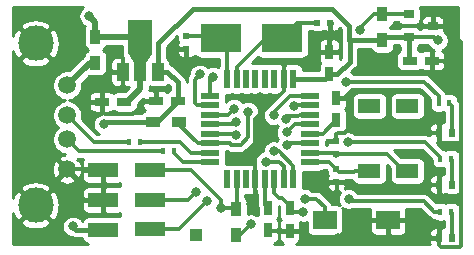
<source format=gtl>
G04 #@! TF.GenerationSoftware,KiCad,Pcbnew,5.1.2-f72e74a~84~ubuntu16.04.1*
G04 #@! TF.CreationDate,2019-05-31T10:16:47+03:00*
G04 #@! TF.ProjectId,serial_gw_ATSAMD21E,73657269-616c-45f6-9777-5f415453414d,rev?*
G04 #@! TF.SameCoordinates,Original*
G04 #@! TF.FileFunction,Copper,L1,Top*
G04 #@! TF.FilePolarity,Positive*
%FSLAX46Y46*%
G04 Gerber Fmt 4.6, Leading zero omitted, Abs format (unit mm)*
G04 Created by KiCad (PCBNEW 5.1.2-f72e74a~84~ubuntu16.04.1) date 2019-05-31 10:16:47*
%MOMM*%
%LPD*%
G04 APERTURE LIST*
%ADD10C,1.501140*%
%ADD11C,2.999740*%
%ADD12R,0.400000X0.600000*%
%ADD13R,0.600000X0.700000*%
%ADD14R,1.900000X1.300000*%
%ADD15R,1.000000X1.000000*%
%ADD16R,0.750000X1.200000*%
%ADD17R,0.500000X0.600000*%
%ADD18R,1.200000X0.750000*%
%ADD19R,0.600000X0.500000*%
%ADD20R,2.500000X1.270000*%
%ADD21R,0.900000X1.200000*%
%ADD22R,1.200000X0.900000*%
%ADD23R,2.000000X1.600000*%
%ADD24R,0.550000X1.600000*%
%ADD25R,1.600000X0.550000*%
%ADD26R,0.900000X0.800000*%
%ADD27C,0.750000*%
%ADD28C,0.100000*%
%ADD29R,2.000000X3.000000*%
%ADD30R,1.000000X1.500000*%
%ADD31R,3.500000X2.400000*%
%ADD32C,0.400000*%
%ADD33C,0.800000*%
%ADD34C,0.300000*%
%ADD35C,0.400000*%
%ADD36C,0.500000*%
%ADD37C,0.254000*%
G04 APERTURE END LIST*
D10*
X109802120Y-91712860D03*
X109802120Y-89172860D03*
X109802120Y-87140860D03*
X109802120Y-84600860D03*
D11*
X107135120Y-94760860D03*
X107135120Y-81044860D03*
D12*
X118850000Y-90200000D03*
X117950000Y-90200000D03*
X115050000Y-89400000D03*
X115950000Y-89400000D03*
X142150000Y-86100000D03*
X141250000Y-86100000D03*
X142300000Y-95300000D03*
X141400000Y-95300000D03*
X142300000Y-90800000D03*
X141400000Y-90800000D03*
D13*
X142400000Y-88600000D03*
X141300000Y-88600000D03*
X142400000Y-93000000D03*
X141300000Y-93000000D03*
X142400000Y-97500000D03*
X141300000Y-97500000D03*
D14*
X138600000Y-91850000D03*
X138600000Y-86350000D03*
X135400000Y-86350000D03*
X135400000Y-91850000D03*
D15*
X120700000Y-97300000D03*
D16*
X132600000Y-87550000D03*
X132600000Y-85650000D03*
D17*
X132600000Y-90400000D03*
X132600000Y-89300000D03*
X119900000Y-80400000D03*
X119900000Y-81500000D03*
D18*
X138800000Y-82500000D03*
X140700000Y-82500000D03*
D16*
X132000000Y-81750000D03*
X132000000Y-83650000D03*
X128640000Y-95010000D03*
X128640000Y-96910000D03*
X126830000Y-94990000D03*
X126830000Y-96890000D03*
D19*
X131000000Y-79300000D03*
X132100000Y-79300000D03*
D17*
X132600000Y-91700000D03*
X132600000Y-92800000D03*
D18*
X114650000Y-86000000D03*
X112750000Y-86000000D03*
X119200000Y-85900000D03*
X117300000Y-85900000D03*
D20*
X116860000Y-96800000D03*
X116860000Y-94300000D03*
X116860000Y-91760000D03*
X112860000Y-91760000D03*
X112860000Y-94300000D03*
X112860000Y-96840000D03*
D21*
X112200000Y-80500000D03*
X112200000Y-82700000D03*
X124100000Y-97300000D03*
X124100000Y-95100000D03*
X136500000Y-78600000D03*
X136500000Y-80800000D03*
D22*
X119300000Y-87700000D03*
X117100000Y-87700000D03*
D23*
X131600000Y-96000000D03*
X137000000Y-96000000D03*
D24*
X128950000Y-92550000D03*
X128150000Y-92550000D03*
X127350000Y-92550000D03*
X126550000Y-92550000D03*
X125750000Y-92550000D03*
X124950000Y-92550000D03*
X124150000Y-92550000D03*
X123350000Y-92550000D03*
D25*
X121900000Y-91100000D03*
X121900000Y-90300000D03*
X121900000Y-89500000D03*
X121900000Y-88700000D03*
X121900000Y-87900000D03*
X121900000Y-87100000D03*
X121900000Y-86300000D03*
X121900000Y-85500000D03*
D24*
X123350000Y-84050000D03*
X124150000Y-84050000D03*
X124950000Y-84050000D03*
X125750000Y-84050000D03*
X126550000Y-84050000D03*
X127350000Y-84050000D03*
X128150000Y-84050000D03*
X128950000Y-84050000D03*
D25*
X130400000Y-85500000D03*
X130400000Y-86300000D03*
X130400000Y-87100000D03*
X130400000Y-87900000D03*
X130400000Y-88700000D03*
X130400000Y-89500000D03*
X130400000Y-90300000D03*
X130400000Y-91100000D03*
D26*
X140750000Y-79550000D03*
X138750000Y-80500000D03*
X138750000Y-78600000D03*
D27*
X116000000Y-82350000D03*
D28*
G36*
X117000000Y-81975000D02*
G01*
X116500000Y-82725000D01*
X115500000Y-82725000D01*
X115000000Y-81975000D01*
X117000000Y-81975000D01*
X117000000Y-81975000D01*
G37*
D29*
X116000000Y-80500000D03*
D30*
X117500000Y-83460000D03*
X116000000Y-83460000D03*
X114500000Y-83460000D03*
D31*
X128000000Y-80600000D03*
X122800000Y-80600000D03*
D32*
X109524999Y-80139285D03*
X130524999Y-80139285D03*
X109524999Y-83139285D03*
X106524999Y-84139285D03*
X107524999Y-84139285D03*
X108524999Y-84139285D03*
X106524999Y-85139285D03*
X107524999Y-85139285D03*
X108524999Y-85139285D03*
X106524999Y-86139285D03*
X107524999Y-86139285D03*
X108524999Y-86139285D03*
X111524999Y-86139285D03*
X106524999Y-87139285D03*
X107524999Y-87139285D03*
X111524999Y-87139285D03*
X106524999Y-88139285D03*
X107524999Y-88139285D03*
X108524999Y-88139285D03*
X106524999Y-89139285D03*
X107524999Y-89139285D03*
X106524999Y-90139285D03*
X107524999Y-90139285D03*
X108524999Y-90139285D03*
X106524999Y-91139285D03*
X107524999Y-91139285D03*
X108524999Y-91139285D03*
X106524999Y-92139285D03*
X107524999Y-92139285D03*
X108524999Y-92139285D03*
X111524999Y-93139285D03*
X109524999Y-94139285D03*
X110524999Y-94139285D03*
X139524999Y-96139285D03*
X140524999Y-96139285D03*
X106524999Y-97139285D03*
X139524999Y-97139285D03*
D33*
X138500000Y-93400000D03*
X111800000Y-84349990D03*
X120200000Y-82600000D03*
X126105237Y-85545388D03*
X125404656Y-94650011D03*
X132715079Y-97490477D03*
X141200002Y-80800000D03*
X112900000Y-87900000D03*
X110300000Y-96549990D03*
X129800000Y-95300000D03*
X125380000Y-96360000D03*
X121683953Y-94386049D03*
X126600010Y-91049988D03*
X122800000Y-95000000D03*
X129900000Y-94200000D03*
X120700000Y-93600000D03*
X127290580Y-90193752D03*
X128427722Y-89692081D03*
X133626454Y-94214355D03*
X133599972Y-89408000D03*
X128399392Y-88592434D03*
X128976655Y-86367281D03*
X133400000Y-84300000D03*
X134600010Y-79899988D03*
X127276644Y-87125452D03*
X125140569Y-86857452D03*
X124096822Y-88775902D03*
X124128650Y-87676351D03*
X123924706Y-86595410D03*
X128332921Y-87432544D03*
X111673647Y-78750010D03*
X121050010Y-83680213D03*
X122134345Y-83865260D03*
D34*
X140750000Y-79550000D02*
X141761716Y-79550000D01*
X141761716Y-79550000D02*
X143150001Y-80938285D01*
X143150001Y-80938285D02*
X143150001Y-84050001D01*
X128150000Y-84050000D02*
X128150000Y-82950000D01*
X128150000Y-82950000D02*
X128500000Y-82600000D01*
X128500000Y-82600000D02*
X130300000Y-82600000D01*
X130300000Y-82600000D02*
X131150000Y-81750000D01*
X131150000Y-81750000D02*
X132000000Y-81750000D01*
X117300000Y-85900000D02*
X116500000Y-85900000D01*
X116500000Y-85900000D02*
X115400000Y-87000000D01*
X115400000Y-87000000D02*
X113000000Y-87000000D01*
X112750000Y-86750000D02*
X112750000Y-86000000D01*
X113000000Y-87000000D02*
X112750000Y-86750000D01*
X112689990Y-84349990D02*
X111800000Y-84349990D01*
X112750000Y-84410000D02*
X112689990Y-84349990D01*
X132600000Y-89300000D02*
X132600000Y-88700000D01*
X132600000Y-88700000D02*
X132699999Y-88600001D01*
X132699999Y-88600001D02*
X133335001Y-88600001D01*
X133335001Y-88600001D02*
X133600000Y-88335002D01*
X133600000Y-88335002D02*
X133600000Y-85848000D01*
X133600000Y-85848000D02*
X133402000Y-85650000D01*
X133402000Y-85650000D02*
X132600000Y-85650000D01*
X140700000Y-82500000D02*
X141600000Y-82500000D01*
X141600000Y-82500000D02*
X143150001Y-84050001D01*
X143150001Y-84050001D02*
X143150001Y-89310001D01*
X143150001Y-89310001D02*
X143060001Y-89400001D01*
X141300000Y-87950000D02*
X141300000Y-88600000D01*
X141550000Y-89500000D02*
X141300000Y-89250000D01*
X141300000Y-89250000D02*
X141300000Y-88600000D01*
X119900000Y-82300000D02*
X120200000Y-82600000D01*
X119900000Y-81500000D02*
X119900000Y-82300000D01*
X126105237Y-85545388D02*
X126145388Y-85545388D01*
X126145388Y-85545388D02*
X126350002Y-85750002D01*
X126350002Y-85750002D02*
X126350002Y-86849998D01*
X125750000Y-87450000D02*
X125750000Y-92550000D01*
X126350002Y-86849998D02*
X125750000Y-87450000D01*
X141550000Y-89500000D02*
X142960002Y-89500000D01*
X142960002Y-89500000D02*
X143060001Y-89400001D01*
X143150001Y-93710001D02*
X143150001Y-94000000D01*
X143150001Y-94000000D02*
X141650000Y-94000000D01*
X141300000Y-93650000D02*
X141300000Y-93000000D01*
X132600000Y-85650000D02*
X133275000Y-85650000D01*
X133275000Y-85650000D02*
X133925000Y-85000000D01*
X133925000Y-85000000D02*
X139660002Y-85000000D01*
X139660002Y-85000000D02*
X140400000Y-85739998D01*
X140400000Y-85739998D02*
X140400000Y-87050000D01*
X140400000Y-87050000D02*
X141300000Y-87950000D01*
X109802120Y-91712860D02*
X112812860Y-91712860D01*
X112812860Y-91712860D02*
X112860000Y-91760000D01*
X112860000Y-94300000D02*
X112860000Y-91760000D01*
X143150001Y-93710001D02*
X143150001Y-98210001D01*
X143150001Y-98210001D02*
X143060001Y-98300001D01*
X143060001Y-98300001D02*
X141450001Y-98300001D01*
X141450001Y-98300001D02*
X141300000Y-98150000D01*
X141300000Y-98150000D02*
X141300000Y-97500000D01*
X143060001Y-89400001D02*
X143150001Y-89490001D01*
X143150001Y-89490001D02*
X143150001Y-93710001D01*
X128150000Y-84050000D02*
X128150000Y-85050000D01*
X128150000Y-85050000D02*
X126350002Y-86849998D01*
X132100000Y-79300000D02*
X132100000Y-81650000D01*
X132100000Y-81650000D02*
X132000000Y-81750000D01*
X112750000Y-86000000D02*
X112750000Y-84410000D01*
X112750000Y-84410000D02*
X113700000Y-83460000D01*
X113700000Y-83460000D02*
X114500000Y-83460000D01*
X125750000Y-92550000D02*
X125750000Y-94304667D01*
X125750000Y-94304667D02*
X125404656Y-94650011D01*
X141650000Y-94000000D02*
X141300000Y-93650000D01*
X140900002Y-80500000D02*
X141200002Y-80800000D01*
X138750000Y-80500000D02*
X140900002Y-80500000D01*
D35*
X117100000Y-87700000D02*
X113100000Y-87700000D01*
X113100000Y-87700000D02*
X112900000Y-87900000D01*
X112860000Y-96840000D02*
X110590010Y-96840000D01*
X110590010Y-96840000D02*
X110300000Y-96549990D01*
X132260002Y-78100000D02*
X133700000Y-79539998D01*
X120439998Y-78100000D02*
X132260002Y-78100000D01*
X117500000Y-83460000D02*
X117500000Y-81039998D01*
X133700000Y-79539998D02*
X133700000Y-80782023D01*
X117500000Y-81039998D02*
X120439998Y-78100000D01*
X133700000Y-80782023D02*
X133717977Y-80800000D01*
X132000000Y-83650000D02*
X132675000Y-83650000D01*
X133717977Y-82607023D02*
X133717977Y-80800000D01*
X132675000Y-83650000D02*
X133717977Y-82607023D01*
X128950000Y-84050000D02*
X131600000Y-84050000D01*
X131600000Y-84050000D02*
X132000000Y-83650000D01*
X133717977Y-80800000D02*
X136500000Y-80800000D01*
X129700000Y-95200000D02*
X129800000Y-95300000D01*
X117500000Y-83460000D02*
X118300000Y-83460000D01*
X118300000Y-83460000D02*
X119200000Y-84360000D01*
X119200000Y-84360000D02*
X119200000Y-85900000D01*
X117100000Y-87700000D02*
X117400000Y-87700000D01*
X117400000Y-87700000D02*
X119200000Y-85900000D01*
X138750000Y-80500000D02*
X138750000Y-82450000D01*
X138750000Y-82450000D02*
X138800000Y-82500000D01*
X138750000Y-80500000D02*
X136800000Y-80500000D01*
X136800000Y-80500000D02*
X136500000Y-80800000D01*
D34*
X128640000Y-94785000D02*
X128640000Y-95010000D01*
X127965000Y-94110000D02*
X128640000Y-94785000D01*
X127350000Y-93720000D02*
X127740000Y-94110000D01*
X127740000Y-94110000D02*
X127965000Y-94110000D01*
X127350000Y-92550000D02*
X127350000Y-93720000D01*
X128930000Y-95300000D02*
X128640000Y-95010000D01*
X129800000Y-95300000D02*
X128930000Y-95300000D01*
X124440000Y-97300000D02*
X125380000Y-96360000D01*
X124100000Y-97300000D02*
X124440000Y-97300000D01*
X128000000Y-80600000D02*
X126600000Y-80600000D01*
X126600000Y-80600000D02*
X124150000Y-83050000D01*
X124150000Y-83050000D02*
X124150000Y-84050000D01*
X131000000Y-79300000D02*
X129300000Y-79300000D01*
X129300000Y-79300000D02*
X128000000Y-80600000D01*
X130400000Y-88700000D02*
X131450000Y-88700000D01*
X131450000Y-88700000D02*
X132600000Y-87550000D01*
X132600000Y-90563000D02*
X132739000Y-90424000D01*
X132739000Y-90424000D02*
X136874000Y-90424000D01*
X136874000Y-90424000D02*
X138300000Y-91850000D01*
X138300000Y-91850000D02*
X138600000Y-91850000D01*
X132600000Y-90400000D02*
X132500000Y-90300000D01*
X132500000Y-90300000D02*
X130400000Y-90300000D01*
X134150000Y-91850000D02*
X135400000Y-91850000D01*
X134086991Y-91913009D02*
X134150000Y-91850000D01*
X132600000Y-91700000D02*
X132813009Y-91913009D01*
X132813009Y-91913009D02*
X134086991Y-91913009D01*
X130400000Y-91100000D02*
X132000000Y-91100000D01*
X132000000Y-91100000D02*
X132600000Y-91700000D01*
X142400000Y-97500000D02*
X142400000Y-95400000D01*
X142400000Y-95400000D02*
X142300000Y-95300000D01*
X142400000Y-93000000D02*
X142400000Y-90900000D01*
X142400000Y-90900000D02*
X142300000Y-90800000D01*
X142400000Y-88600000D02*
X142400000Y-86350000D01*
X142400000Y-86350000D02*
X142150000Y-86100000D01*
X128150000Y-92550000D02*
X128150000Y-91464998D01*
X128150000Y-91464998D02*
X127734990Y-91049988D01*
X127734990Y-91049988D02*
X126600010Y-91049988D01*
X119270002Y-96800000D02*
X121683953Y-94386049D01*
X116860000Y-96800000D02*
X119270002Y-96800000D01*
X116860000Y-91760000D02*
X120260000Y-91760000D01*
X120260000Y-91760000D02*
X122800000Y-94300000D01*
X122800000Y-94300000D02*
X122800000Y-95000000D01*
X131600000Y-96000000D02*
X131600000Y-94900000D01*
X131600000Y-94900000D02*
X130900000Y-94200000D01*
X130900000Y-94200000D02*
X129900000Y-94200000D01*
X124100000Y-95100000D02*
X124100000Y-94950000D01*
X124100000Y-94950000D02*
X124050000Y-95000000D01*
X124050000Y-95000000D02*
X124000000Y-95000000D01*
X122800000Y-95000000D02*
X124000000Y-95000000D01*
X124000000Y-95000000D02*
X124100000Y-95100000D01*
X124150000Y-92550000D02*
X124150000Y-95050000D01*
X124150000Y-95050000D02*
X124100000Y-95100000D01*
X128950000Y-91416455D02*
X127733545Y-90200000D01*
X128950000Y-92550000D02*
X128950000Y-91416455D01*
X127733545Y-90200000D02*
X127296828Y-90200000D01*
X127296828Y-90200000D02*
X127290580Y-90193752D01*
X116860000Y-94300000D02*
X120000000Y-94300000D01*
X120000000Y-94300000D02*
X120700000Y-93600000D01*
X115950000Y-89400000D02*
X119360002Y-89400000D01*
X119360002Y-89400000D02*
X120260002Y-90300000D01*
X120260002Y-90300000D02*
X121900000Y-90300000D01*
X121900000Y-91100000D02*
X119650000Y-91100000D01*
X119650000Y-91100000D02*
X118850000Y-90300000D01*
X118850000Y-90300000D02*
X118850000Y-90200000D01*
X118850000Y-90200000D02*
X118850000Y-90100000D01*
X133812111Y-94400012D02*
X133626454Y-94214355D01*
X140900000Y-95300000D02*
X140000012Y-94400012D01*
X141400000Y-95300000D02*
X140900000Y-95300000D01*
X140000012Y-94400012D02*
X133812111Y-94400012D01*
X128619803Y-89500000D02*
X128427722Y-89692081D01*
X130400000Y-89500000D02*
X128619803Y-89500000D01*
X141400000Y-90800000D02*
X141400000Y-90700000D01*
X141400000Y-90700000D02*
X140108000Y-89408000D01*
X140108000Y-89408000D02*
X133599972Y-89408000D01*
X129091826Y-87900000D02*
X128399392Y-88592434D01*
X130400000Y-87900000D02*
X129091826Y-87900000D01*
X141250000Y-85500000D02*
X141250000Y-86100000D01*
X133400000Y-84300000D02*
X140050000Y-84300000D01*
X140050000Y-84300000D02*
X141250000Y-85500000D01*
X129043936Y-86300000D02*
X128976655Y-86367281D01*
X130400000Y-86300000D02*
X129043936Y-86300000D01*
X135750000Y-78600000D02*
X134600010Y-79749990D01*
X134600010Y-79749990D02*
X134600010Y-79899988D01*
X136500000Y-78600000D02*
X135750000Y-78600000D01*
X130400000Y-85500000D02*
X128633545Y-85500000D01*
X128633545Y-85500000D02*
X127300000Y-86833545D01*
X127300000Y-86833545D02*
X127300000Y-87102096D01*
X127300000Y-87102096D02*
X127276644Y-87125452D01*
X138750000Y-78600000D02*
X136500000Y-78600000D01*
X119300000Y-87700000D02*
X119300000Y-87951458D01*
X119300000Y-87951458D02*
X120848542Y-89500000D01*
X120848542Y-89500000D02*
X121900000Y-89500000D01*
X123562918Y-89500000D02*
X123688821Y-89625903D01*
X125140569Y-88990157D02*
X125140569Y-86857452D01*
X123688821Y-89625903D02*
X124504823Y-89625903D01*
X121900000Y-89500000D02*
X123562918Y-89500000D01*
X124504823Y-89625903D02*
X125140569Y-88990157D01*
X121900000Y-88700000D02*
X124020920Y-88700000D01*
X124020920Y-88700000D02*
X124096822Y-88775902D01*
X123905001Y-87900000D02*
X124128650Y-87676351D01*
X121900000Y-87900000D02*
X123905001Y-87900000D01*
X123420116Y-87100000D02*
X123924706Y-86595410D01*
X121900000Y-87100000D02*
X123420116Y-87100000D01*
X128530119Y-87235346D02*
X128332921Y-87432544D01*
X129358297Y-87235346D02*
X128530119Y-87235346D01*
X129493643Y-87100000D02*
X129358297Y-87235346D01*
X130400000Y-87100000D02*
X129493643Y-87100000D01*
X119900000Y-80400000D02*
X122600000Y-80400000D01*
X122600000Y-80400000D02*
X122800000Y-80600000D01*
X123350000Y-84050000D02*
X123350000Y-81150000D01*
X123350000Y-81150000D02*
X122800000Y-80600000D01*
D36*
X112200000Y-80500000D02*
X112200000Y-79276363D01*
X112200000Y-79276363D02*
X111673647Y-78750010D01*
X116000000Y-83460000D02*
X116000000Y-84875000D01*
X116000000Y-84875000D02*
X114875000Y-86000000D01*
X114875000Y-86000000D02*
X114650000Y-86000000D01*
X116000000Y-83460000D02*
X116000000Y-82350000D01*
X116000000Y-83460000D02*
X116000000Y-80500000D01*
X112200000Y-80500000D02*
X116000000Y-80500000D01*
D34*
X121900000Y-86300000D02*
X120800000Y-86300000D01*
X120800000Y-86300000D02*
X120600000Y-86100000D01*
X120600000Y-86100000D02*
X120600000Y-84130223D01*
X120600000Y-84130223D02*
X121050010Y-83680213D01*
X121900000Y-85500000D02*
X121900000Y-84099605D01*
X121900000Y-84099605D02*
X122134345Y-83865260D01*
D36*
X109802120Y-84600860D02*
X111702980Y-82700000D01*
X111702980Y-82700000D02*
X112200000Y-82700000D01*
D34*
X115050000Y-89400000D02*
X112061260Y-89400000D01*
X112061260Y-89400000D02*
X109802120Y-87140860D01*
X110240860Y-87140860D02*
X109802120Y-87140860D01*
X117950000Y-90200000D02*
X110829260Y-90200000D01*
X110829260Y-90200000D02*
X109802120Y-89172860D01*
X126550000Y-94710000D02*
X126830000Y-94990000D01*
X126550000Y-92550000D02*
X126550000Y-94710000D01*
D37*
G36*
X111082719Y-78029962D02*
G01*
X110953599Y-78159082D01*
X110852151Y-78310911D01*
X110782271Y-78479614D01*
X110746647Y-78658709D01*
X110746647Y-78841311D01*
X110782271Y-79020406D01*
X110852151Y-79189109D01*
X110953599Y-79340938D01*
X111082719Y-79470058D01*
X111234548Y-79571506D01*
X111311634Y-79603437D01*
X111309696Y-79605798D01*
X111260761Y-79697350D01*
X111230626Y-79796690D01*
X111220451Y-79900000D01*
X111220451Y-81100000D01*
X111230626Y-81203310D01*
X111260761Y-81302650D01*
X111309696Y-81394202D01*
X111375552Y-81474448D01*
X111455798Y-81540304D01*
X111547350Y-81589239D01*
X111582824Y-81600000D01*
X111547350Y-81610761D01*
X111455798Y-81659696D01*
X111375552Y-81725552D01*
X111309696Y-81805798D01*
X111260761Y-81897350D01*
X111230626Y-81996690D01*
X111221432Y-82090036D01*
X111180545Y-82123591D01*
X111150900Y-82147920D01*
X111126572Y-82177564D01*
X109972071Y-83332066D01*
X109927950Y-83323290D01*
X109676290Y-83323290D01*
X109429466Y-83372386D01*
X109196963Y-83468692D01*
X108987716Y-83608506D01*
X108809766Y-83786456D01*
X108669952Y-83995703D01*
X108573646Y-84228206D01*
X108524550Y-84475030D01*
X108524550Y-84726690D01*
X108573646Y-84973514D01*
X108669952Y-85206017D01*
X108809766Y-85415264D01*
X108987716Y-85593214D01*
X109196963Y-85733028D01*
X109429466Y-85829334D01*
X109638233Y-85870860D01*
X109429466Y-85912386D01*
X109196963Y-86008692D01*
X108987716Y-86148506D01*
X108809766Y-86326456D01*
X108669952Y-86535703D01*
X108573646Y-86768206D01*
X108524550Y-87015030D01*
X108524550Y-87266690D01*
X108573646Y-87513514D01*
X108669952Y-87746017D01*
X108809766Y-87955264D01*
X108987716Y-88133214D01*
X109023105Y-88156860D01*
X108987716Y-88180506D01*
X108809766Y-88358456D01*
X108669952Y-88567703D01*
X108573646Y-88800206D01*
X108524550Y-89047030D01*
X108524550Y-89298690D01*
X108573646Y-89545514D01*
X108669952Y-89778017D01*
X108809766Y-89987264D01*
X108987716Y-90165214D01*
X109196963Y-90305028D01*
X109429466Y-90401334D01*
X109647368Y-90444677D01*
X109529520Y-90458385D01*
X109290023Y-90535671D01*
X109107828Y-90633055D01*
X109040787Y-90848290D01*
X109802120Y-91609622D01*
X109816262Y-91595480D01*
X109919500Y-91698718D01*
X109905358Y-91712860D01*
X110666690Y-92474193D01*
X110881925Y-92407152D01*
X110888147Y-92395000D01*
X111080450Y-92395000D01*
X111090625Y-92498310D01*
X111120760Y-92597650D01*
X111169695Y-92689202D01*
X111235552Y-92769448D01*
X111315798Y-92835305D01*
X111407350Y-92884240D01*
X111506690Y-92914375D01*
X111610000Y-92924550D01*
X112655250Y-92922000D01*
X112787000Y-92790250D01*
X112787000Y-91833000D01*
X111214750Y-91833000D01*
X111083000Y-91964750D01*
X111080450Y-92395000D01*
X110888147Y-92395000D01*
X110996626Y-92183152D01*
X111065424Y-91941078D01*
X111085672Y-91690235D01*
X111056595Y-91440260D01*
X110979309Y-91200763D01*
X110881925Y-91018568D01*
X110666692Y-90951528D01*
X110746132Y-90872088D01*
X110796008Y-90877000D01*
X110796017Y-90877000D01*
X110829259Y-90880274D01*
X110862501Y-90877000D01*
X111145000Y-90877000D01*
X111120760Y-90922350D01*
X111090625Y-91021690D01*
X111080450Y-91125000D01*
X111083000Y-91555250D01*
X111214750Y-91687000D01*
X112787000Y-91687000D01*
X112787000Y-91667000D01*
X112933000Y-91667000D01*
X112933000Y-91687000D01*
X112953000Y-91687000D01*
X112953000Y-91833000D01*
X112933000Y-91833000D01*
X112933000Y-92790250D01*
X113064750Y-92922000D01*
X114110000Y-92924550D01*
X114213310Y-92914375D01*
X114273000Y-92896268D01*
X114273000Y-93163732D01*
X114213310Y-93145625D01*
X114110000Y-93135450D01*
X113064750Y-93138000D01*
X112933000Y-93269750D01*
X112933000Y-94227000D01*
X112953000Y-94227000D01*
X112953000Y-94373000D01*
X112933000Y-94373000D01*
X112933000Y-95330250D01*
X113064750Y-95462000D01*
X114110000Y-95464550D01*
X114213310Y-95454375D01*
X114273000Y-95436268D01*
X114273000Y-95703733D01*
X114213310Y-95685626D01*
X114110000Y-95675451D01*
X111610000Y-95675451D01*
X111506690Y-95685626D01*
X111407350Y-95715761D01*
X111315798Y-95764696D01*
X111235552Y-95830552D01*
X111169696Y-95910798D01*
X111120761Y-96002350D01*
X111098345Y-96076243D01*
X111020048Y-95959062D01*
X110890928Y-95829942D01*
X110739099Y-95728494D01*
X110570396Y-95658614D01*
X110391301Y-95622990D01*
X110208699Y-95622990D01*
X110029604Y-95658614D01*
X109860901Y-95728494D01*
X109709072Y-95829942D01*
X109579952Y-95959062D01*
X109478504Y-96110891D01*
X109408624Y-96279594D01*
X109373000Y-96458689D01*
X109373000Y-96641291D01*
X109408624Y-96820386D01*
X109478504Y-96989089D01*
X109579952Y-97140918D01*
X109709072Y-97270038D01*
X109860901Y-97371486D01*
X110029604Y-97441366D01*
X110208699Y-97476990D01*
X110239510Y-97476990D01*
X110301267Y-97510000D01*
X110310453Y-97514910D01*
X110447492Y-97556480D01*
X110590009Y-97570517D01*
X110625717Y-97567000D01*
X111089512Y-97567000D01*
X111090626Y-97578310D01*
X111120761Y-97677650D01*
X111169696Y-97769202D01*
X111235552Y-97849448D01*
X111315798Y-97915304D01*
X111407350Y-97964239D01*
X111506690Y-97994374D01*
X111543506Y-97998000D01*
X105202000Y-97998000D01*
X105202000Y-96158476D01*
X105840741Y-96158476D01*
X105997819Y-96450416D01*
X106349287Y-96639829D01*
X106730955Y-96757033D01*
X107128155Y-96797526D01*
X107525623Y-96759750D01*
X107908083Y-96645159D01*
X108260840Y-96458155D01*
X108272421Y-96450416D01*
X108429499Y-96158476D01*
X107135120Y-94864098D01*
X105840741Y-96158476D01*
X105202000Y-96158476D01*
X105202000Y-95370878D01*
X105250821Y-95533823D01*
X105437825Y-95886580D01*
X105445564Y-95898161D01*
X105737504Y-96055239D01*
X107031882Y-94760860D01*
X107238358Y-94760860D01*
X108532736Y-96055239D01*
X108824676Y-95898161D01*
X109014089Y-95546693D01*
X109131293Y-95165025D01*
X109154743Y-94935000D01*
X111080450Y-94935000D01*
X111090625Y-95038310D01*
X111120760Y-95137650D01*
X111169695Y-95229202D01*
X111235552Y-95309448D01*
X111315798Y-95375305D01*
X111407350Y-95424240D01*
X111506690Y-95454375D01*
X111610000Y-95464550D01*
X112655250Y-95462000D01*
X112787000Y-95330250D01*
X112787000Y-94373000D01*
X111214750Y-94373000D01*
X111083000Y-94504750D01*
X111080450Y-94935000D01*
X109154743Y-94935000D01*
X109171786Y-94767825D01*
X109134010Y-94370357D01*
X109019419Y-93987897D01*
X108848245Y-93665000D01*
X111080450Y-93665000D01*
X111083000Y-94095250D01*
X111214750Y-94227000D01*
X112787000Y-94227000D01*
X112787000Y-93269750D01*
X112655250Y-93138000D01*
X111610000Y-93135450D01*
X111506690Y-93145625D01*
X111407350Y-93175760D01*
X111315798Y-93224695D01*
X111235552Y-93290552D01*
X111169695Y-93370798D01*
X111120760Y-93462350D01*
X111090625Y-93561690D01*
X111080450Y-93665000D01*
X108848245Y-93665000D01*
X108832415Y-93635140D01*
X108824676Y-93623559D01*
X108532736Y-93466481D01*
X107238358Y-94760860D01*
X107031882Y-94760860D01*
X105737504Y-93466481D01*
X105445564Y-93623559D01*
X105256151Y-93975027D01*
X105202000Y-94151367D01*
X105202000Y-93363244D01*
X105840741Y-93363244D01*
X107135120Y-94657622D01*
X108429499Y-93363244D01*
X108272421Y-93071304D01*
X107920953Y-92881891D01*
X107539285Y-92764687D01*
X107142085Y-92724194D01*
X106744617Y-92761970D01*
X106362157Y-92876561D01*
X106009400Y-93063565D01*
X105997819Y-93071304D01*
X105840741Y-93363244D01*
X105202000Y-93363244D01*
X105202000Y-92577430D01*
X109040787Y-92577430D01*
X109107828Y-92792665D01*
X109331828Y-92907366D01*
X109573902Y-92976164D01*
X109824745Y-92996412D01*
X110074720Y-92967335D01*
X110314217Y-92890049D01*
X110496412Y-92792665D01*
X110563453Y-92577430D01*
X109802120Y-91816098D01*
X109040787Y-92577430D01*
X105202000Y-92577430D01*
X105202000Y-91735485D01*
X108518568Y-91735485D01*
X108547645Y-91985460D01*
X108624931Y-92224957D01*
X108722315Y-92407152D01*
X108937550Y-92474193D01*
X109698882Y-91712860D01*
X108937550Y-90951527D01*
X108722315Y-91018568D01*
X108607614Y-91242568D01*
X108538816Y-91484642D01*
X108518568Y-91735485D01*
X105202000Y-91735485D01*
X105202000Y-82442476D01*
X105840741Y-82442476D01*
X105997819Y-82734416D01*
X106349287Y-82923829D01*
X106730955Y-83041033D01*
X107128155Y-83081526D01*
X107525623Y-83043750D01*
X107908083Y-82929159D01*
X108260840Y-82742155D01*
X108272421Y-82734416D01*
X108429499Y-82442476D01*
X107135120Y-81148098D01*
X105840741Y-82442476D01*
X105202000Y-82442476D01*
X105202000Y-81654878D01*
X105250821Y-81817823D01*
X105437825Y-82170580D01*
X105445564Y-82182161D01*
X105737504Y-82339239D01*
X107031882Y-81044860D01*
X107238358Y-81044860D01*
X108532736Y-82339239D01*
X108824676Y-82182161D01*
X109014089Y-81830693D01*
X109131293Y-81449025D01*
X109171786Y-81051825D01*
X109134010Y-80654357D01*
X109019419Y-80271897D01*
X108832415Y-79919140D01*
X108824676Y-79907559D01*
X108532736Y-79750481D01*
X107238358Y-81044860D01*
X107031882Y-81044860D01*
X105737504Y-79750481D01*
X105445564Y-79907559D01*
X105256151Y-80259027D01*
X105202000Y-80435367D01*
X105202000Y-79647244D01*
X105840741Y-79647244D01*
X107135120Y-80941622D01*
X108429499Y-79647244D01*
X108272421Y-79355304D01*
X107920953Y-79165891D01*
X107539285Y-79048687D01*
X107142085Y-79008194D01*
X106744617Y-79045970D01*
X106362157Y-79160561D01*
X106009400Y-79347565D01*
X105997819Y-79355304D01*
X105840741Y-79647244D01*
X105202000Y-79647244D01*
X105202000Y-78002000D01*
X111124567Y-78002000D01*
X111082719Y-78029962D01*
X111082719Y-78029962D01*
G37*
X111082719Y-78029962D02*
X110953599Y-78159082D01*
X110852151Y-78310911D01*
X110782271Y-78479614D01*
X110746647Y-78658709D01*
X110746647Y-78841311D01*
X110782271Y-79020406D01*
X110852151Y-79189109D01*
X110953599Y-79340938D01*
X111082719Y-79470058D01*
X111234548Y-79571506D01*
X111311634Y-79603437D01*
X111309696Y-79605798D01*
X111260761Y-79697350D01*
X111230626Y-79796690D01*
X111220451Y-79900000D01*
X111220451Y-81100000D01*
X111230626Y-81203310D01*
X111260761Y-81302650D01*
X111309696Y-81394202D01*
X111375552Y-81474448D01*
X111455798Y-81540304D01*
X111547350Y-81589239D01*
X111582824Y-81600000D01*
X111547350Y-81610761D01*
X111455798Y-81659696D01*
X111375552Y-81725552D01*
X111309696Y-81805798D01*
X111260761Y-81897350D01*
X111230626Y-81996690D01*
X111221432Y-82090036D01*
X111180545Y-82123591D01*
X111150900Y-82147920D01*
X111126572Y-82177564D01*
X109972071Y-83332066D01*
X109927950Y-83323290D01*
X109676290Y-83323290D01*
X109429466Y-83372386D01*
X109196963Y-83468692D01*
X108987716Y-83608506D01*
X108809766Y-83786456D01*
X108669952Y-83995703D01*
X108573646Y-84228206D01*
X108524550Y-84475030D01*
X108524550Y-84726690D01*
X108573646Y-84973514D01*
X108669952Y-85206017D01*
X108809766Y-85415264D01*
X108987716Y-85593214D01*
X109196963Y-85733028D01*
X109429466Y-85829334D01*
X109638233Y-85870860D01*
X109429466Y-85912386D01*
X109196963Y-86008692D01*
X108987716Y-86148506D01*
X108809766Y-86326456D01*
X108669952Y-86535703D01*
X108573646Y-86768206D01*
X108524550Y-87015030D01*
X108524550Y-87266690D01*
X108573646Y-87513514D01*
X108669952Y-87746017D01*
X108809766Y-87955264D01*
X108987716Y-88133214D01*
X109023105Y-88156860D01*
X108987716Y-88180506D01*
X108809766Y-88358456D01*
X108669952Y-88567703D01*
X108573646Y-88800206D01*
X108524550Y-89047030D01*
X108524550Y-89298690D01*
X108573646Y-89545514D01*
X108669952Y-89778017D01*
X108809766Y-89987264D01*
X108987716Y-90165214D01*
X109196963Y-90305028D01*
X109429466Y-90401334D01*
X109647368Y-90444677D01*
X109529520Y-90458385D01*
X109290023Y-90535671D01*
X109107828Y-90633055D01*
X109040787Y-90848290D01*
X109802120Y-91609622D01*
X109816262Y-91595480D01*
X109919500Y-91698718D01*
X109905358Y-91712860D01*
X110666690Y-92474193D01*
X110881925Y-92407152D01*
X110888147Y-92395000D01*
X111080450Y-92395000D01*
X111090625Y-92498310D01*
X111120760Y-92597650D01*
X111169695Y-92689202D01*
X111235552Y-92769448D01*
X111315798Y-92835305D01*
X111407350Y-92884240D01*
X111506690Y-92914375D01*
X111610000Y-92924550D01*
X112655250Y-92922000D01*
X112787000Y-92790250D01*
X112787000Y-91833000D01*
X111214750Y-91833000D01*
X111083000Y-91964750D01*
X111080450Y-92395000D01*
X110888147Y-92395000D01*
X110996626Y-92183152D01*
X111065424Y-91941078D01*
X111085672Y-91690235D01*
X111056595Y-91440260D01*
X110979309Y-91200763D01*
X110881925Y-91018568D01*
X110666692Y-90951528D01*
X110746132Y-90872088D01*
X110796008Y-90877000D01*
X110796017Y-90877000D01*
X110829259Y-90880274D01*
X110862501Y-90877000D01*
X111145000Y-90877000D01*
X111120760Y-90922350D01*
X111090625Y-91021690D01*
X111080450Y-91125000D01*
X111083000Y-91555250D01*
X111214750Y-91687000D01*
X112787000Y-91687000D01*
X112787000Y-91667000D01*
X112933000Y-91667000D01*
X112933000Y-91687000D01*
X112953000Y-91687000D01*
X112953000Y-91833000D01*
X112933000Y-91833000D01*
X112933000Y-92790250D01*
X113064750Y-92922000D01*
X114110000Y-92924550D01*
X114213310Y-92914375D01*
X114273000Y-92896268D01*
X114273000Y-93163732D01*
X114213310Y-93145625D01*
X114110000Y-93135450D01*
X113064750Y-93138000D01*
X112933000Y-93269750D01*
X112933000Y-94227000D01*
X112953000Y-94227000D01*
X112953000Y-94373000D01*
X112933000Y-94373000D01*
X112933000Y-95330250D01*
X113064750Y-95462000D01*
X114110000Y-95464550D01*
X114213310Y-95454375D01*
X114273000Y-95436268D01*
X114273000Y-95703733D01*
X114213310Y-95685626D01*
X114110000Y-95675451D01*
X111610000Y-95675451D01*
X111506690Y-95685626D01*
X111407350Y-95715761D01*
X111315798Y-95764696D01*
X111235552Y-95830552D01*
X111169696Y-95910798D01*
X111120761Y-96002350D01*
X111098345Y-96076243D01*
X111020048Y-95959062D01*
X110890928Y-95829942D01*
X110739099Y-95728494D01*
X110570396Y-95658614D01*
X110391301Y-95622990D01*
X110208699Y-95622990D01*
X110029604Y-95658614D01*
X109860901Y-95728494D01*
X109709072Y-95829942D01*
X109579952Y-95959062D01*
X109478504Y-96110891D01*
X109408624Y-96279594D01*
X109373000Y-96458689D01*
X109373000Y-96641291D01*
X109408624Y-96820386D01*
X109478504Y-96989089D01*
X109579952Y-97140918D01*
X109709072Y-97270038D01*
X109860901Y-97371486D01*
X110029604Y-97441366D01*
X110208699Y-97476990D01*
X110239510Y-97476990D01*
X110301267Y-97510000D01*
X110310453Y-97514910D01*
X110447492Y-97556480D01*
X110590009Y-97570517D01*
X110625717Y-97567000D01*
X111089512Y-97567000D01*
X111090626Y-97578310D01*
X111120761Y-97677650D01*
X111169696Y-97769202D01*
X111235552Y-97849448D01*
X111315798Y-97915304D01*
X111407350Y-97964239D01*
X111506690Y-97994374D01*
X111543506Y-97998000D01*
X105202000Y-97998000D01*
X105202000Y-96158476D01*
X105840741Y-96158476D01*
X105997819Y-96450416D01*
X106349287Y-96639829D01*
X106730955Y-96757033D01*
X107128155Y-96797526D01*
X107525623Y-96759750D01*
X107908083Y-96645159D01*
X108260840Y-96458155D01*
X108272421Y-96450416D01*
X108429499Y-96158476D01*
X107135120Y-94864098D01*
X105840741Y-96158476D01*
X105202000Y-96158476D01*
X105202000Y-95370878D01*
X105250821Y-95533823D01*
X105437825Y-95886580D01*
X105445564Y-95898161D01*
X105737504Y-96055239D01*
X107031882Y-94760860D01*
X107238358Y-94760860D01*
X108532736Y-96055239D01*
X108824676Y-95898161D01*
X109014089Y-95546693D01*
X109131293Y-95165025D01*
X109154743Y-94935000D01*
X111080450Y-94935000D01*
X111090625Y-95038310D01*
X111120760Y-95137650D01*
X111169695Y-95229202D01*
X111235552Y-95309448D01*
X111315798Y-95375305D01*
X111407350Y-95424240D01*
X111506690Y-95454375D01*
X111610000Y-95464550D01*
X112655250Y-95462000D01*
X112787000Y-95330250D01*
X112787000Y-94373000D01*
X111214750Y-94373000D01*
X111083000Y-94504750D01*
X111080450Y-94935000D01*
X109154743Y-94935000D01*
X109171786Y-94767825D01*
X109134010Y-94370357D01*
X109019419Y-93987897D01*
X108848245Y-93665000D01*
X111080450Y-93665000D01*
X111083000Y-94095250D01*
X111214750Y-94227000D01*
X112787000Y-94227000D01*
X112787000Y-93269750D01*
X112655250Y-93138000D01*
X111610000Y-93135450D01*
X111506690Y-93145625D01*
X111407350Y-93175760D01*
X111315798Y-93224695D01*
X111235552Y-93290552D01*
X111169695Y-93370798D01*
X111120760Y-93462350D01*
X111090625Y-93561690D01*
X111080450Y-93665000D01*
X108848245Y-93665000D01*
X108832415Y-93635140D01*
X108824676Y-93623559D01*
X108532736Y-93466481D01*
X107238358Y-94760860D01*
X107031882Y-94760860D01*
X105737504Y-93466481D01*
X105445564Y-93623559D01*
X105256151Y-93975027D01*
X105202000Y-94151367D01*
X105202000Y-93363244D01*
X105840741Y-93363244D01*
X107135120Y-94657622D01*
X108429499Y-93363244D01*
X108272421Y-93071304D01*
X107920953Y-92881891D01*
X107539285Y-92764687D01*
X107142085Y-92724194D01*
X106744617Y-92761970D01*
X106362157Y-92876561D01*
X106009400Y-93063565D01*
X105997819Y-93071304D01*
X105840741Y-93363244D01*
X105202000Y-93363244D01*
X105202000Y-92577430D01*
X109040787Y-92577430D01*
X109107828Y-92792665D01*
X109331828Y-92907366D01*
X109573902Y-92976164D01*
X109824745Y-92996412D01*
X110074720Y-92967335D01*
X110314217Y-92890049D01*
X110496412Y-92792665D01*
X110563453Y-92577430D01*
X109802120Y-91816098D01*
X109040787Y-92577430D01*
X105202000Y-92577430D01*
X105202000Y-91735485D01*
X108518568Y-91735485D01*
X108547645Y-91985460D01*
X108624931Y-92224957D01*
X108722315Y-92407152D01*
X108937550Y-92474193D01*
X109698882Y-91712860D01*
X108937550Y-90951527D01*
X108722315Y-91018568D01*
X108607614Y-91242568D01*
X108538816Y-91484642D01*
X108518568Y-91735485D01*
X105202000Y-91735485D01*
X105202000Y-82442476D01*
X105840741Y-82442476D01*
X105997819Y-82734416D01*
X106349287Y-82923829D01*
X106730955Y-83041033D01*
X107128155Y-83081526D01*
X107525623Y-83043750D01*
X107908083Y-82929159D01*
X108260840Y-82742155D01*
X108272421Y-82734416D01*
X108429499Y-82442476D01*
X107135120Y-81148098D01*
X105840741Y-82442476D01*
X105202000Y-82442476D01*
X105202000Y-81654878D01*
X105250821Y-81817823D01*
X105437825Y-82170580D01*
X105445564Y-82182161D01*
X105737504Y-82339239D01*
X107031882Y-81044860D01*
X107238358Y-81044860D01*
X108532736Y-82339239D01*
X108824676Y-82182161D01*
X109014089Y-81830693D01*
X109131293Y-81449025D01*
X109171786Y-81051825D01*
X109134010Y-80654357D01*
X109019419Y-80271897D01*
X108832415Y-79919140D01*
X108824676Y-79907559D01*
X108532736Y-79750481D01*
X107238358Y-81044860D01*
X107031882Y-81044860D01*
X105737504Y-79750481D01*
X105445564Y-79907559D01*
X105256151Y-80259027D01*
X105202000Y-80435367D01*
X105202000Y-79647244D01*
X105840741Y-79647244D01*
X107135120Y-80941622D01*
X108429499Y-79647244D01*
X108272421Y-79355304D01*
X107920953Y-79165891D01*
X107539285Y-79048687D01*
X107142085Y-79008194D01*
X106744617Y-79045970D01*
X106362157Y-79160561D01*
X106009400Y-79347565D01*
X105997819Y-79355304D01*
X105840741Y-79647244D01*
X105202000Y-79647244D01*
X105202000Y-78002000D01*
X111124567Y-78002000D01*
X111082719Y-78029962D01*
G36*
X127735451Y-94837873D02*
G01*
X127735451Y-95610000D01*
X127745626Y-95713310D01*
X127775761Y-95812650D01*
X127824696Y-95904202D01*
X127870488Y-95960000D01*
X127824695Y-96015798D01*
X127775760Y-96107350D01*
X127745625Y-96206690D01*
X127735450Y-96310000D01*
X127738000Y-96705250D01*
X127869750Y-96837000D01*
X128567000Y-96837000D01*
X128567000Y-96817000D01*
X128713000Y-96817000D01*
X128713000Y-96837000D01*
X129410250Y-96837000D01*
X129542000Y-96705250D01*
X129544550Y-96310000D01*
X129534375Y-96206690D01*
X129529738Y-96191403D01*
X129708699Y-96227000D01*
X129891301Y-96227000D01*
X130070396Y-96191376D01*
X130070451Y-96191353D01*
X130070451Y-96800000D01*
X130080626Y-96903310D01*
X130110761Y-97002650D01*
X130159696Y-97094202D01*
X130225552Y-97174448D01*
X130305798Y-97240304D01*
X130397350Y-97289239D01*
X130496690Y-97319374D01*
X130600000Y-97329549D01*
X132600000Y-97329549D01*
X132703310Y-97319374D01*
X132802650Y-97289239D01*
X132894202Y-97240304D01*
X132974448Y-97174448D01*
X133040304Y-97094202D01*
X133089239Y-97002650D01*
X133119374Y-96903310D01*
X133129549Y-96800000D01*
X135470450Y-96800000D01*
X135480625Y-96903310D01*
X135510760Y-97002650D01*
X135559695Y-97094202D01*
X135625552Y-97174448D01*
X135705798Y-97240305D01*
X135797350Y-97289240D01*
X135896690Y-97319375D01*
X136000000Y-97329550D01*
X136795250Y-97327000D01*
X136927000Y-97195250D01*
X136927000Y-96073000D01*
X137073000Y-96073000D01*
X137073000Y-97195250D01*
X137204750Y-97327000D01*
X138000000Y-97329550D01*
X138103310Y-97319375D01*
X138202650Y-97289240D01*
X138294202Y-97240305D01*
X138374448Y-97174448D01*
X138394512Y-97150000D01*
X140470450Y-97150000D01*
X140473000Y-97295250D01*
X140604750Y-97427000D01*
X141227000Y-97427000D01*
X141227000Y-96754750D01*
X141095250Y-96623000D01*
X141000000Y-96620450D01*
X140896690Y-96630625D01*
X140797350Y-96660760D01*
X140705798Y-96709695D01*
X140625552Y-96775552D01*
X140559695Y-96855798D01*
X140510760Y-96947350D01*
X140480625Y-97046690D01*
X140470450Y-97150000D01*
X138394512Y-97150000D01*
X138440305Y-97094202D01*
X138489240Y-97002650D01*
X138519375Y-96903310D01*
X138529550Y-96800000D01*
X138527000Y-96204750D01*
X138395250Y-96073000D01*
X137073000Y-96073000D01*
X136927000Y-96073000D01*
X135604750Y-96073000D01*
X135473000Y-96204750D01*
X135470450Y-96800000D01*
X133129549Y-96800000D01*
X133129549Y-95200000D01*
X133119374Y-95096690D01*
X133089239Y-94997350D01*
X133066742Y-94955261D01*
X133187355Y-95035851D01*
X133356058Y-95105731D01*
X133535153Y-95141355D01*
X133717755Y-95141355D01*
X133896850Y-95105731D01*
X133966183Y-95077012D01*
X135486594Y-95077012D01*
X135480625Y-95096690D01*
X135470450Y-95200000D01*
X135473000Y-95795250D01*
X135604750Y-95927000D01*
X136927000Y-95927000D01*
X136927000Y-95907000D01*
X137073000Y-95907000D01*
X137073000Y-95927000D01*
X138395250Y-95927000D01*
X138527000Y-95795250D01*
X138529550Y-95200000D01*
X138519375Y-95096690D01*
X138513406Y-95077012D01*
X139719590Y-95077012D01*
X140397774Y-95755196D01*
X140418973Y-95781027D01*
X140522059Y-95865628D01*
X140639670Y-95928492D01*
X140767285Y-95967204D01*
X140824208Y-95972810D01*
X140825552Y-95974448D01*
X140905798Y-96040304D01*
X140997350Y-96089239D01*
X141096690Y-96119374D01*
X141200000Y-96129549D01*
X141600000Y-96129549D01*
X141703310Y-96119374D01*
X141723001Y-96113401D01*
X141723000Y-96636598D01*
X141703310Y-96630625D01*
X141600000Y-96620450D01*
X141504750Y-96623000D01*
X141373000Y-96754750D01*
X141373000Y-97427000D01*
X141393000Y-97427000D01*
X141393000Y-97573000D01*
X141373000Y-97573000D01*
X141373000Y-97593000D01*
X141227000Y-97593000D01*
X141227000Y-97573000D01*
X140604750Y-97573000D01*
X140473000Y-97704750D01*
X140470450Y-97850000D01*
X140480625Y-97953310D01*
X140494182Y-97998000D01*
X129219970Y-97998000D01*
X129309202Y-97950305D01*
X129389448Y-97884448D01*
X129455305Y-97804202D01*
X129504240Y-97712650D01*
X129534375Y-97613310D01*
X129544550Y-97510000D01*
X129542000Y-97114750D01*
X129410250Y-96983000D01*
X128713000Y-96983000D01*
X128713000Y-97003000D01*
X128567000Y-97003000D01*
X128567000Y-96983000D01*
X127869750Y-96983000D01*
X127738000Y-97114750D01*
X127735450Y-97510000D01*
X127745625Y-97613310D01*
X127775760Y-97712650D01*
X127824695Y-97804202D01*
X127890552Y-97884448D01*
X127970798Y-97950305D01*
X128060030Y-97998000D01*
X127345808Y-97998000D01*
X127407650Y-97979240D01*
X127499202Y-97930305D01*
X127579448Y-97864448D01*
X127645305Y-97784202D01*
X127694240Y-97692650D01*
X127724375Y-97593310D01*
X127734550Y-97490000D01*
X127732000Y-97094750D01*
X127600250Y-96963000D01*
X126903000Y-96963000D01*
X126903000Y-96983000D01*
X126757000Y-96983000D01*
X126757000Y-96963000D01*
X126737000Y-96963000D01*
X126737000Y-96817000D01*
X126757000Y-96817000D01*
X126757000Y-96797000D01*
X126903000Y-96797000D01*
X126903000Y-96817000D01*
X127600250Y-96817000D01*
X127732000Y-96685250D01*
X127734550Y-96290000D01*
X127724375Y-96186690D01*
X127694240Y-96087350D01*
X127645305Y-95995798D01*
X127599512Y-95940000D01*
X127645304Y-95884202D01*
X127694239Y-95792650D01*
X127724374Y-95693310D01*
X127734549Y-95590000D01*
X127734549Y-94836971D01*
X127735451Y-94837873D01*
X127735451Y-94837873D01*
G37*
X127735451Y-94837873D02*
X127735451Y-95610000D01*
X127745626Y-95713310D01*
X127775761Y-95812650D01*
X127824696Y-95904202D01*
X127870488Y-95960000D01*
X127824695Y-96015798D01*
X127775760Y-96107350D01*
X127745625Y-96206690D01*
X127735450Y-96310000D01*
X127738000Y-96705250D01*
X127869750Y-96837000D01*
X128567000Y-96837000D01*
X128567000Y-96817000D01*
X128713000Y-96817000D01*
X128713000Y-96837000D01*
X129410250Y-96837000D01*
X129542000Y-96705250D01*
X129544550Y-96310000D01*
X129534375Y-96206690D01*
X129529738Y-96191403D01*
X129708699Y-96227000D01*
X129891301Y-96227000D01*
X130070396Y-96191376D01*
X130070451Y-96191353D01*
X130070451Y-96800000D01*
X130080626Y-96903310D01*
X130110761Y-97002650D01*
X130159696Y-97094202D01*
X130225552Y-97174448D01*
X130305798Y-97240304D01*
X130397350Y-97289239D01*
X130496690Y-97319374D01*
X130600000Y-97329549D01*
X132600000Y-97329549D01*
X132703310Y-97319374D01*
X132802650Y-97289239D01*
X132894202Y-97240304D01*
X132974448Y-97174448D01*
X133040304Y-97094202D01*
X133089239Y-97002650D01*
X133119374Y-96903310D01*
X133129549Y-96800000D01*
X135470450Y-96800000D01*
X135480625Y-96903310D01*
X135510760Y-97002650D01*
X135559695Y-97094202D01*
X135625552Y-97174448D01*
X135705798Y-97240305D01*
X135797350Y-97289240D01*
X135896690Y-97319375D01*
X136000000Y-97329550D01*
X136795250Y-97327000D01*
X136927000Y-97195250D01*
X136927000Y-96073000D01*
X137073000Y-96073000D01*
X137073000Y-97195250D01*
X137204750Y-97327000D01*
X138000000Y-97329550D01*
X138103310Y-97319375D01*
X138202650Y-97289240D01*
X138294202Y-97240305D01*
X138374448Y-97174448D01*
X138394512Y-97150000D01*
X140470450Y-97150000D01*
X140473000Y-97295250D01*
X140604750Y-97427000D01*
X141227000Y-97427000D01*
X141227000Y-96754750D01*
X141095250Y-96623000D01*
X141000000Y-96620450D01*
X140896690Y-96630625D01*
X140797350Y-96660760D01*
X140705798Y-96709695D01*
X140625552Y-96775552D01*
X140559695Y-96855798D01*
X140510760Y-96947350D01*
X140480625Y-97046690D01*
X140470450Y-97150000D01*
X138394512Y-97150000D01*
X138440305Y-97094202D01*
X138489240Y-97002650D01*
X138519375Y-96903310D01*
X138529550Y-96800000D01*
X138527000Y-96204750D01*
X138395250Y-96073000D01*
X137073000Y-96073000D01*
X136927000Y-96073000D01*
X135604750Y-96073000D01*
X135473000Y-96204750D01*
X135470450Y-96800000D01*
X133129549Y-96800000D01*
X133129549Y-95200000D01*
X133119374Y-95096690D01*
X133089239Y-94997350D01*
X133066742Y-94955261D01*
X133187355Y-95035851D01*
X133356058Y-95105731D01*
X133535153Y-95141355D01*
X133717755Y-95141355D01*
X133896850Y-95105731D01*
X133966183Y-95077012D01*
X135486594Y-95077012D01*
X135480625Y-95096690D01*
X135470450Y-95200000D01*
X135473000Y-95795250D01*
X135604750Y-95927000D01*
X136927000Y-95927000D01*
X136927000Y-95907000D01*
X137073000Y-95907000D01*
X137073000Y-95927000D01*
X138395250Y-95927000D01*
X138527000Y-95795250D01*
X138529550Y-95200000D01*
X138519375Y-95096690D01*
X138513406Y-95077012D01*
X139719590Y-95077012D01*
X140397774Y-95755196D01*
X140418973Y-95781027D01*
X140522059Y-95865628D01*
X140639670Y-95928492D01*
X140767285Y-95967204D01*
X140824208Y-95972810D01*
X140825552Y-95974448D01*
X140905798Y-96040304D01*
X140997350Y-96089239D01*
X141096690Y-96119374D01*
X141200000Y-96129549D01*
X141600000Y-96129549D01*
X141703310Y-96119374D01*
X141723001Y-96113401D01*
X141723000Y-96636598D01*
X141703310Y-96630625D01*
X141600000Y-96620450D01*
X141504750Y-96623000D01*
X141373000Y-96754750D01*
X141373000Y-97427000D01*
X141393000Y-97427000D01*
X141393000Y-97573000D01*
X141373000Y-97573000D01*
X141373000Y-97593000D01*
X141227000Y-97593000D01*
X141227000Y-97573000D01*
X140604750Y-97573000D01*
X140473000Y-97704750D01*
X140470450Y-97850000D01*
X140480625Y-97953310D01*
X140494182Y-97998000D01*
X129219970Y-97998000D01*
X129309202Y-97950305D01*
X129389448Y-97884448D01*
X129455305Y-97804202D01*
X129504240Y-97712650D01*
X129534375Y-97613310D01*
X129544550Y-97510000D01*
X129542000Y-97114750D01*
X129410250Y-96983000D01*
X128713000Y-96983000D01*
X128713000Y-97003000D01*
X128567000Y-97003000D01*
X128567000Y-96983000D01*
X127869750Y-96983000D01*
X127738000Y-97114750D01*
X127735450Y-97510000D01*
X127745625Y-97613310D01*
X127775760Y-97712650D01*
X127824695Y-97804202D01*
X127890552Y-97884448D01*
X127970798Y-97950305D01*
X128060030Y-97998000D01*
X127345808Y-97998000D01*
X127407650Y-97979240D01*
X127499202Y-97930305D01*
X127579448Y-97864448D01*
X127645305Y-97784202D01*
X127694240Y-97692650D01*
X127724375Y-97593310D01*
X127734550Y-97490000D01*
X127732000Y-97094750D01*
X127600250Y-96963000D01*
X126903000Y-96963000D01*
X126903000Y-96983000D01*
X126757000Y-96983000D01*
X126757000Y-96963000D01*
X126737000Y-96963000D01*
X126737000Y-96817000D01*
X126757000Y-96817000D01*
X126757000Y-96797000D01*
X126903000Y-96797000D01*
X126903000Y-96817000D01*
X127600250Y-96817000D01*
X127732000Y-96685250D01*
X127734550Y-96290000D01*
X127724375Y-96186690D01*
X127694240Y-96087350D01*
X127645305Y-95995798D01*
X127599512Y-95940000D01*
X127645304Y-95884202D01*
X127694239Y-95792650D01*
X127724374Y-95693310D01*
X127734549Y-95590000D01*
X127734549Y-94836971D01*
X127735451Y-94837873D01*
G36*
X125755626Y-93453310D02*
G01*
X125785761Y-93552650D01*
X125823000Y-93622320D01*
X125823000Y-93745250D01*
X125873001Y-93795251D01*
X125873001Y-94676746D01*
X125869726Y-94710000D01*
X125882796Y-94842714D01*
X125921508Y-94970329D01*
X125925451Y-94977706D01*
X125925451Y-95590000D01*
X125927514Y-95610944D01*
X125819099Y-95538504D01*
X125650396Y-95468624D01*
X125471301Y-95433000D01*
X125288699Y-95433000D01*
X125109604Y-95468624D01*
X125079549Y-95481073D01*
X125079549Y-94500000D01*
X125069374Y-94396690D01*
X125039239Y-94297350D01*
X124990304Y-94205798D01*
X124924448Y-94125552D01*
X124844202Y-94059696D01*
X124827000Y-94050501D01*
X124827000Y-93879549D01*
X125225000Y-93879549D01*
X125328310Y-93869374D01*
X125349998Y-93862795D01*
X125371690Y-93869375D01*
X125475000Y-93879550D01*
X125545250Y-93877000D01*
X125677000Y-93745250D01*
X125677000Y-93622320D01*
X125714239Y-93552650D01*
X125744374Y-93453310D01*
X125750000Y-93396187D01*
X125755626Y-93453310D01*
X125755626Y-93453310D01*
G37*
X125755626Y-93453310D02*
X125785761Y-93552650D01*
X125823000Y-93622320D01*
X125823000Y-93745250D01*
X125873001Y-93795251D01*
X125873001Y-94676746D01*
X125869726Y-94710000D01*
X125882796Y-94842714D01*
X125921508Y-94970329D01*
X125925451Y-94977706D01*
X125925451Y-95590000D01*
X125927514Y-95610944D01*
X125819099Y-95538504D01*
X125650396Y-95468624D01*
X125471301Y-95433000D01*
X125288699Y-95433000D01*
X125109604Y-95468624D01*
X125079549Y-95481073D01*
X125079549Y-94500000D01*
X125069374Y-94396690D01*
X125039239Y-94297350D01*
X124990304Y-94205798D01*
X124924448Y-94125552D01*
X124844202Y-94059696D01*
X124827000Y-94050501D01*
X124827000Y-93879549D01*
X125225000Y-93879549D01*
X125328310Y-93869374D01*
X125349998Y-93862795D01*
X125371690Y-93869375D01*
X125475000Y-93879550D01*
X125545250Y-93877000D01*
X125677000Y-93745250D01*
X125677000Y-93622320D01*
X125714239Y-93552650D01*
X125744374Y-93453310D01*
X125750000Y-93396187D01*
X125755626Y-93453310D01*
G36*
X140670451Y-90927874D02*
G01*
X140670451Y-91100000D01*
X140680626Y-91203310D01*
X140710761Y-91302650D01*
X140759696Y-91394202D01*
X140825552Y-91474448D01*
X140905798Y-91540304D01*
X140997350Y-91589239D01*
X141096690Y-91619374D01*
X141200000Y-91629549D01*
X141600000Y-91629549D01*
X141703310Y-91619374D01*
X141723001Y-91613401D01*
X141723000Y-92136598D01*
X141703310Y-92130625D01*
X141600000Y-92120450D01*
X141504750Y-92123000D01*
X141373000Y-92254750D01*
X141373000Y-92927000D01*
X141393000Y-92927000D01*
X141393000Y-93073000D01*
X141373000Y-93073000D01*
X141373000Y-93745250D01*
X141504750Y-93877000D01*
X141600000Y-93879550D01*
X141703310Y-93869375D01*
X141802650Y-93839240D01*
X141850001Y-93813931D01*
X141897350Y-93839239D01*
X141996690Y-93869374D01*
X142100000Y-93879549D01*
X142700000Y-93879549D01*
X142803310Y-93869374D01*
X142898001Y-93840649D01*
X142898001Y-94654251D01*
X142874448Y-94625552D01*
X142794202Y-94559696D01*
X142702650Y-94510761D01*
X142603310Y-94480626D01*
X142500000Y-94470451D01*
X142100000Y-94470451D01*
X141996690Y-94480626D01*
X141897350Y-94510761D01*
X141850000Y-94536070D01*
X141802650Y-94510761D01*
X141703310Y-94480626D01*
X141600000Y-94470451D01*
X141200000Y-94470451D01*
X141096690Y-94480626D01*
X141051697Y-94494275D01*
X140502236Y-93944814D01*
X140481039Y-93918985D01*
X140377953Y-93834384D01*
X140260342Y-93771520D01*
X140132727Y-93732808D01*
X140033264Y-93723012D01*
X140033257Y-93723012D01*
X140000012Y-93719738D01*
X139966767Y-93723012D01*
X134413042Y-93723012D01*
X134346502Y-93623427D01*
X134217382Y-93494307D01*
X134065553Y-93392859D01*
X133962084Y-93350000D01*
X140470450Y-93350000D01*
X140480625Y-93453310D01*
X140510760Y-93552650D01*
X140559695Y-93644202D01*
X140625552Y-93724448D01*
X140705798Y-93790305D01*
X140797350Y-93839240D01*
X140896690Y-93869375D01*
X141000000Y-93879550D01*
X141095250Y-93877000D01*
X141227000Y-93745250D01*
X141227000Y-93073000D01*
X140604750Y-93073000D01*
X140473000Y-93204750D01*
X140470450Y-93350000D01*
X133962084Y-93350000D01*
X133896850Y-93322979D01*
X133717755Y-93287355D01*
X133535153Y-93287355D01*
X133356058Y-93322979D01*
X133320502Y-93337707D01*
X133339240Y-93302650D01*
X133369375Y-93203310D01*
X133379550Y-93100000D01*
X133377000Y-93004750D01*
X133245250Y-92873000D01*
X132673000Y-92873000D01*
X132673000Y-93495250D01*
X132804750Y-93627000D01*
X132850000Y-93629550D01*
X132906000Y-93624035D01*
X132804958Y-93775256D01*
X132735078Y-93943959D01*
X132699454Y-94123054D01*
X132699454Y-94305656D01*
X132735078Y-94484751D01*
X132804958Y-94653454D01*
X132865804Y-94744517D01*
X132802650Y-94710761D01*
X132703310Y-94680626D01*
X132600000Y-94670451D01*
X132237829Y-94670451D01*
X132228492Y-94639670D01*
X132165628Y-94522059D01*
X132081027Y-94418973D01*
X132055196Y-94397774D01*
X131402226Y-93744804D01*
X131381027Y-93718973D01*
X131277941Y-93634372D01*
X131160330Y-93571508D01*
X131032715Y-93532796D01*
X130933252Y-93523000D01*
X130933245Y-93523000D01*
X130900000Y-93519726D01*
X130866755Y-93523000D01*
X130533976Y-93523000D01*
X130490928Y-93479952D01*
X130339099Y-93378504D01*
X130170396Y-93308624D01*
X129991301Y-93273000D01*
X129808699Y-93273000D01*
X129754549Y-93283771D01*
X129754549Y-93100000D01*
X131820450Y-93100000D01*
X131830625Y-93203310D01*
X131860760Y-93302650D01*
X131909695Y-93394202D01*
X131975552Y-93474448D01*
X132055798Y-93540305D01*
X132147350Y-93589240D01*
X132246690Y-93619375D01*
X132350000Y-93629550D01*
X132395250Y-93627000D01*
X132527000Y-93495250D01*
X132527000Y-92873000D01*
X131954750Y-92873000D01*
X131823000Y-93004750D01*
X131820450Y-93100000D01*
X129754549Y-93100000D01*
X129754549Y-91904549D01*
X131200000Y-91904549D01*
X131303310Y-91894374D01*
X131402650Y-91864239D01*
X131494202Y-91815304D01*
X131540876Y-91777000D01*
X131719578Y-91777000D01*
X131820451Y-91877873D01*
X131820451Y-92000000D01*
X131830626Y-92103310D01*
X131860761Y-92202650D01*
X131886069Y-92249999D01*
X131860760Y-92297350D01*
X131830625Y-92396690D01*
X131820450Y-92500000D01*
X131823000Y-92595250D01*
X131954750Y-92727000D01*
X132527000Y-92727000D01*
X132527000Y-92707000D01*
X132673000Y-92707000D01*
X132673000Y-92727000D01*
X133245250Y-92727000D01*
X133377000Y-92595250D01*
X133377140Y-92590009D01*
X133929316Y-92590009D01*
X133930626Y-92603310D01*
X133960761Y-92702650D01*
X134009696Y-92794202D01*
X134075552Y-92874448D01*
X134155798Y-92940304D01*
X134247350Y-92989239D01*
X134346690Y-93019374D01*
X134450000Y-93029549D01*
X136350000Y-93029549D01*
X136453310Y-93019374D01*
X136552650Y-92989239D01*
X136644202Y-92940304D01*
X136724448Y-92874448D01*
X136790304Y-92794202D01*
X136839239Y-92702650D01*
X136869374Y-92603310D01*
X136879549Y-92500000D01*
X136879549Y-91386971D01*
X137120451Y-91627874D01*
X137120451Y-92500000D01*
X137130626Y-92603310D01*
X137160761Y-92702650D01*
X137209696Y-92794202D01*
X137275552Y-92874448D01*
X137355798Y-92940304D01*
X137447350Y-92989239D01*
X137546690Y-93019374D01*
X137650000Y-93029549D01*
X139550000Y-93029549D01*
X139653310Y-93019374D01*
X139752650Y-92989239D01*
X139844202Y-92940304D01*
X139924448Y-92874448D01*
X139990304Y-92794202D01*
X140039239Y-92702650D01*
X140055210Y-92650000D01*
X140470450Y-92650000D01*
X140473000Y-92795250D01*
X140604750Y-92927000D01*
X141227000Y-92927000D01*
X141227000Y-92254750D01*
X141095250Y-92123000D01*
X141000000Y-92120450D01*
X140896690Y-92130625D01*
X140797350Y-92160760D01*
X140705798Y-92209695D01*
X140625552Y-92275552D01*
X140559695Y-92355798D01*
X140510760Y-92447350D01*
X140480625Y-92546690D01*
X140470450Y-92650000D01*
X140055210Y-92650000D01*
X140069374Y-92603310D01*
X140079549Y-92500000D01*
X140079549Y-91200000D01*
X140069374Y-91096690D01*
X140039239Y-90997350D01*
X139990304Y-90905798D01*
X139924448Y-90825552D01*
X139844202Y-90759696D01*
X139752650Y-90710761D01*
X139653310Y-90680626D01*
X139550000Y-90670451D01*
X138077874Y-90670451D01*
X137492422Y-90085000D01*
X139827578Y-90085000D01*
X140670451Y-90927874D01*
X140670451Y-90927874D01*
G37*
X140670451Y-90927874D02*
X140670451Y-91100000D01*
X140680626Y-91203310D01*
X140710761Y-91302650D01*
X140759696Y-91394202D01*
X140825552Y-91474448D01*
X140905798Y-91540304D01*
X140997350Y-91589239D01*
X141096690Y-91619374D01*
X141200000Y-91629549D01*
X141600000Y-91629549D01*
X141703310Y-91619374D01*
X141723001Y-91613401D01*
X141723000Y-92136598D01*
X141703310Y-92130625D01*
X141600000Y-92120450D01*
X141504750Y-92123000D01*
X141373000Y-92254750D01*
X141373000Y-92927000D01*
X141393000Y-92927000D01*
X141393000Y-93073000D01*
X141373000Y-93073000D01*
X141373000Y-93745250D01*
X141504750Y-93877000D01*
X141600000Y-93879550D01*
X141703310Y-93869375D01*
X141802650Y-93839240D01*
X141850001Y-93813931D01*
X141897350Y-93839239D01*
X141996690Y-93869374D01*
X142100000Y-93879549D01*
X142700000Y-93879549D01*
X142803310Y-93869374D01*
X142898001Y-93840649D01*
X142898001Y-94654251D01*
X142874448Y-94625552D01*
X142794202Y-94559696D01*
X142702650Y-94510761D01*
X142603310Y-94480626D01*
X142500000Y-94470451D01*
X142100000Y-94470451D01*
X141996690Y-94480626D01*
X141897350Y-94510761D01*
X141850000Y-94536070D01*
X141802650Y-94510761D01*
X141703310Y-94480626D01*
X141600000Y-94470451D01*
X141200000Y-94470451D01*
X141096690Y-94480626D01*
X141051697Y-94494275D01*
X140502236Y-93944814D01*
X140481039Y-93918985D01*
X140377953Y-93834384D01*
X140260342Y-93771520D01*
X140132727Y-93732808D01*
X140033264Y-93723012D01*
X140033257Y-93723012D01*
X140000012Y-93719738D01*
X139966767Y-93723012D01*
X134413042Y-93723012D01*
X134346502Y-93623427D01*
X134217382Y-93494307D01*
X134065553Y-93392859D01*
X133962084Y-93350000D01*
X140470450Y-93350000D01*
X140480625Y-93453310D01*
X140510760Y-93552650D01*
X140559695Y-93644202D01*
X140625552Y-93724448D01*
X140705798Y-93790305D01*
X140797350Y-93839240D01*
X140896690Y-93869375D01*
X141000000Y-93879550D01*
X141095250Y-93877000D01*
X141227000Y-93745250D01*
X141227000Y-93073000D01*
X140604750Y-93073000D01*
X140473000Y-93204750D01*
X140470450Y-93350000D01*
X133962084Y-93350000D01*
X133896850Y-93322979D01*
X133717755Y-93287355D01*
X133535153Y-93287355D01*
X133356058Y-93322979D01*
X133320502Y-93337707D01*
X133339240Y-93302650D01*
X133369375Y-93203310D01*
X133379550Y-93100000D01*
X133377000Y-93004750D01*
X133245250Y-92873000D01*
X132673000Y-92873000D01*
X132673000Y-93495250D01*
X132804750Y-93627000D01*
X132850000Y-93629550D01*
X132906000Y-93624035D01*
X132804958Y-93775256D01*
X132735078Y-93943959D01*
X132699454Y-94123054D01*
X132699454Y-94305656D01*
X132735078Y-94484751D01*
X132804958Y-94653454D01*
X132865804Y-94744517D01*
X132802650Y-94710761D01*
X132703310Y-94680626D01*
X132600000Y-94670451D01*
X132237829Y-94670451D01*
X132228492Y-94639670D01*
X132165628Y-94522059D01*
X132081027Y-94418973D01*
X132055196Y-94397774D01*
X131402226Y-93744804D01*
X131381027Y-93718973D01*
X131277941Y-93634372D01*
X131160330Y-93571508D01*
X131032715Y-93532796D01*
X130933252Y-93523000D01*
X130933245Y-93523000D01*
X130900000Y-93519726D01*
X130866755Y-93523000D01*
X130533976Y-93523000D01*
X130490928Y-93479952D01*
X130339099Y-93378504D01*
X130170396Y-93308624D01*
X129991301Y-93273000D01*
X129808699Y-93273000D01*
X129754549Y-93283771D01*
X129754549Y-93100000D01*
X131820450Y-93100000D01*
X131830625Y-93203310D01*
X131860760Y-93302650D01*
X131909695Y-93394202D01*
X131975552Y-93474448D01*
X132055798Y-93540305D01*
X132147350Y-93589240D01*
X132246690Y-93619375D01*
X132350000Y-93629550D01*
X132395250Y-93627000D01*
X132527000Y-93495250D01*
X132527000Y-92873000D01*
X131954750Y-92873000D01*
X131823000Y-93004750D01*
X131820450Y-93100000D01*
X129754549Y-93100000D01*
X129754549Y-91904549D01*
X131200000Y-91904549D01*
X131303310Y-91894374D01*
X131402650Y-91864239D01*
X131494202Y-91815304D01*
X131540876Y-91777000D01*
X131719578Y-91777000D01*
X131820451Y-91877873D01*
X131820451Y-92000000D01*
X131830626Y-92103310D01*
X131860761Y-92202650D01*
X131886069Y-92249999D01*
X131860760Y-92297350D01*
X131830625Y-92396690D01*
X131820450Y-92500000D01*
X131823000Y-92595250D01*
X131954750Y-92727000D01*
X132527000Y-92727000D01*
X132527000Y-92707000D01*
X132673000Y-92707000D01*
X132673000Y-92727000D01*
X133245250Y-92727000D01*
X133377000Y-92595250D01*
X133377140Y-92590009D01*
X133929316Y-92590009D01*
X133930626Y-92603310D01*
X133960761Y-92702650D01*
X134009696Y-92794202D01*
X134075552Y-92874448D01*
X134155798Y-92940304D01*
X134247350Y-92989239D01*
X134346690Y-93019374D01*
X134450000Y-93029549D01*
X136350000Y-93029549D01*
X136453310Y-93019374D01*
X136552650Y-92989239D01*
X136644202Y-92940304D01*
X136724448Y-92874448D01*
X136790304Y-92794202D01*
X136839239Y-92702650D01*
X136869374Y-92603310D01*
X136879549Y-92500000D01*
X136879549Y-91386971D01*
X137120451Y-91627874D01*
X137120451Y-92500000D01*
X137130626Y-92603310D01*
X137160761Y-92702650D01*
X137209696Y-92794202D01*
X137275552Y-92874448D01*
X137355798Y-92940304D01*
X137447350Y-92989239D01*
X137546690Y-93019374D01*
X137650000Y-93029549D01*
X139550000Y-93029549D01*
X139653310Y-93019374D01*
X139752650Y-92989239D01*
X139844202Y-92940304D01*
X139924448Y-92874448D01*
X139990304Y-92794202D01*
X140039239Y-92702650D01*
X140055210Y-92650000D01*
X140470450Y-92650000D01*
X140473000Y-92795250D01*
X140604750Y-92927000D01*
X141227000Y-92927000D01*
X141227000Y-92254750D01*
X141095250Y-92123000D01*
X141000000Y-92120450D01*
X140896690Y-92130625D01*
X140797350Y-92160760D01*
X140705798Y-92209695D01*
X140625552Y-92275552D01*
X140559695Y-92355798D01*
X140510760Y-92447350D01*
X140480625Y-92546690D01*
X140470450Y-92650000D01*
X140055210Y-92650000D01*
X140069374Y-92603310D01*
X140079549Y-92500000D01*
X140079549Y-91200000D01*
X140069374Y-91096690D01*
X140039239Y-90997350D01*
X139990304Y-90905798D01*
X139924448Y-90825552D01*
X139844202Y-90759696D01*
X139752650Y-90710761D01*
X139653310Y-90680626D01*
X139550000Y-90670451D01*
X138077874Y-90670451D01*
X137492422Y-90085000D01*
X139827578Y-90085000D01*
X140670451Y-90927874D01*
G36*
X126971690Y-85369374D02*
G01*
X127075000Y-85379549D01*
X127625000Y-85379549D01*
X127728310Y-85369374D01*
X127749998Y-85362795D01*
X127771690Y-85369375D01*
X127803605Y-85372518D01*
X126896649Y-86279474D01*
X126837545Y-86303956D01*
X126685716Y-86405404D01*
X126556596Y-86534524D01*
X126455148Y-86686353D01*
X126385268Y-86855056D01*
X126349644Y-87034151D01*
X126349644Y-87216753D01*
X126385268Y-87395848D01*
X126455148Y-87564551D01*
X126556596Y-87716380D01*
X126685716Y-87845500D01*
X126837545Y-87946948D01*
X127006248Y-88016828D01*
X127185343Y-88052452D01*
X127367945Y-88052452D01*
X127547040Y-88016828D01*
X127595125Y-87996910D01*
X127612873Y-88023472D01*
X127643921Y-88054520D01*
X127577896Y-88153335D01*
X127508016Y-88322038D01*
X127472392Y-88501133D01*
X127472392Y-88683735D01*
X127508016Y-88862830D01*
X127577896Y-89031533D01*
X127666044Y-89163457D01*
X127606226Y-89252982D01*
X127582136Y-89311141D01*
X127560976Y-89302376D01*
X127381881Y-89266752D01*
X127199279Y-89266752D01*
X127020184Y-89302376D01*
X126851481Y-89372256D01*
X126699652Y-89473704D01*
X126570532Y-89602824D01*
X126469084Y-89754653D01*
X126399204Y-89923356D01*
X126363580Y-90102451D01*
X126363580Y-90151856D01*
X126329614Y-90158612D01*
X126160911Y-90228492D01*
X126009082Y-90329940D01*
X125879962Y-90459060D01*
X125778514Y-90610889D01*
X125708634Y-90779592D01*
X125673010Y-90958687D01*
X125673010Y-91141289D01*
X125689263Y-91223000D01*
X125676998Y-91223000D01*
X125676998Y-91354748D01*
X125545250Y-91223000D01*
X125475000Y-91220450D01*
X125371690Y-91230625D01*
X125349998Y-91237205D01*
X125328310Y-91230626D01*
X125225000Y-91220451D01*
X124675000Y-91220451D01*
X124571690Y-91230626D01*
X124550000Y-91237206D01*
X124528310Y-91230626D01*
X124425000Y-91220451D01*
X123875000Y-91220451D01*
X123771690Y-91230626D01*
X123750000Y-91237206D01*
X123728310Y-91230626D01*
X123625000Y-91220451D01*
X123229549Y-91220451D01*
X123229549Y-90825000D01*
X123219374Y-90721690D01*
X123212794Y-90700000D01*
X123219374Y-90678310D01*
X123229549Y-90575000D01*
X123229549Y-90177000D01*
X123293174Y-90177000D01*
X123310880Y-90191531D01*
X123428491Y-90254395D01*
X123556106Y-90293107D01*
X123655569Y-90302903D01*
X123688821Y-90306178D01*
X123722073Y-90302903D01*
X124471578Y-90302903D01*
X124504823Y-90306177D01*
X124538068Y-90302903D01*
X124538075Y-90302903D01*
X124637538Y-90293107D01*
X124765153Y-90254395D01*
X124882764Y-90191531D01*
X124985850Y-90106930D01*
X125007049Y-90081099D01*
X125595774Y-89492375D01*
X125621595Y-89471184D01*
X125642787Y-89445362D01*
X125642793Y-89445356D01*
X125706197Y-89368098D01*
X125769061Y-89250487D01*
X125807773Y-89122872D01*
X125820844Y-88990157D01*
X125817569Y-88956905D01*
X125817569Y-87491428D01*
X125860617Y-87448380D01*
X125962065Y-87296551D01*
X126031945Y-87127848D01*
X126067569Y-86948753D01*
X126067569Y-86766151D01*
X126031945Y-86587056D01*
X125962065Y-86418353D01*
X125860617Y-86266524D01*
X125731497Y-86137404D01*
X125579668Y-86035956D01*
X125410965Y-85966076D01*
X125231870Y-85930452D01*
X125049268Y-85930452D01*
X124870173Y-85966076D01*
X124701470Y-86035956D01*
X124676799Y-86052441D01*
X124644754Y-86004482D01*
X124515634Y-85875362D01*
X124363805Y-85773914D01*
X124195102Y-85704034D01*
X124016007Y-85668410D01*
X123833405Y-85668410D01*
X123654310Y-85704034D01*
X123485607Y-85773914D01*
X123333778Y-85875362D01*
X123225478Y-85983662D01*
X123219374Y-85921690D01*
X123212794Y-85900000D01*
X123219374Y-85878310D01*
X123229549Y-85775000D01*
X123229549Y-85379549D01*
X123625000Y-85379549D01*
X123728310Y-85369374D01*
X123750000Y-85362794D01*
X123771690Y-85369374D01*
X123875000Y-85379549D01*
X124425000Y-85379549D01*
X124528310Y-85369374D01*
X124550000Y-85362794D01*
X124571690Y-85369374D01*
X124675000Y-85379549D01*
X125225000Y-85379549D01*
X125328310Y-85369374D01*
X125350000Y-85362794D01*
X125371690Y-85369374D01*
X125475000Y-85379549D01*
X126025000Y-85379549D01*
X126128310Y-85369374D01*
X126150000Y-85362794D01*
X126171690Y-85369374D01*
X126275000Y-85379549D01*
X126825000Y-85379549D01*
X126928310Y-85369374D01*
X126950000Y-85362794D01*
X126971690Y-85369374D01*
X126971690Y-85369374D01*
G37*
X126971690Y-85369374D02*
X127075000Y-85379549D01*
X127625000Y-85379549D01*
X127728310Y-85369374D01*
X127749998Y-85362795D01*
X127771690Y-85369375D01*
X127803605Y-85372518D01*
X126896649Y-86279474D01*
X126837545Y-86303956D01*
X126685716Y-86405404D01*
X126556596Y-86534524D01*
X126455148Y-86686353D01*
X126385268Y-86855056D01*
X126349644Y-87034151D01*
X126349644Y-87216753D01*
X126385268Y-87395848D01*
X126455148Y-87564551D01*
X126556596Y-87716380D01*
X126685716Y-87845500D01*
X126837545Y-87946948D01*
X127006248Y-88016828D01*
X127185343Y-88052452D01*
X127367945Y-88052452D01*
X127547040Y-88016828D01*
X127595125Y-87996910D01*
X127612873Y-88023472D01*
X127643921Y-88054520D01*
X127577896Y-88153335D01*
X127508016Y-88322038D01*
X127472392Y-88501133D01*
X127472392Y-88683735D01*
X127508016Y-88862830D01*
X127577896Y-89031533D01*
X127666044Y-89163457D01*
X127606226Y-89252982D01*
X127582136Y-89311141D01*
X127560976Y-89302376D01*
X127381881Y-89266752D01*
X127199279Y-89266752D01*
X127020184Y-89302376D01*
X126851481Y-89372256D01*
X126699652Y-89473704D01*
X126570532Y-89602824D01*
X126469084Y-89754653D01*
X126399204Y-89923356D01*
X126363580Y-90102451D01*
X126363580Y-90151856D01*
X126329614Y-90158612D01*
X126160911Y-90228492D01*
X126009082Y-90329940D01*
X125879962Y-90459060D01*
X125778514Y-90610889D01*
X125708634Y-90779592D01*
X125673010Y-90958687D01*
X125673010Y-91141289D01*
X125689263Y-91223000D01*
X125676998Y-91223000D01*
X125676998Y-91354748D01*
X125545250Y-91223000D01*
X125475000Y-91220450D01*
X125371690Y-91230625D01*
X125349998Y-91237205D01*
X125328310Y-91230626D01*
X125225000Y-91220451D01*
X124675000Y-91220451D01*
X124571690Y-91230626D01*
X124550000Y-91237206D01*
X124528310Y-91230626D01*
X124425000Y-91220451D01*
X123875000Y-91220451D01*
X123771690Y-91230626D01*
X123750000Y-91237206D01*
X123728310Y-91230626D01*
X123625000Y-91220451D01*
X123229549Y-91220451D01*
X123229549Y-90825000D01*
X123219374Y-90721690D01*
X123212794Y-90700000D01*
X123219374Y-90678310D01*
X123229549Y-90575000D01*
X123229549Y-90177000D01*
X123293174Y-90177000D01*
X123310880Y-90191531D01*
X123428491Y-90254395D01*
X123556106Y-90293107D01*
X123655569Y-90302903D01*
X123688821Y-90306178D01*
X123722073Y-90302903D01*
X124471578Y-90302903D01*
X124504823Y-90306177D01*
X124538068Y-90302903D01*
X124538075Y-90302903D01*
X124637538Y-90293107D01*
X124765153Y-90254395D01*
X124882764Y-90191531D01*
X124985850Y-90106930D01*
X125007049Y-90081099D01*
X125595774Y-89492375D01*
X125621595Y-89471184D01*
X125642787Y-89445362D01*
X125642793Y-89445356D01*
X125706197Y-89368098D01*
X125769061Y-89250487D01*
X125807773Y-89122872D01*
X125820844Y-88990157D01*
X125817569Y-88956905D01*
X125817569Y-87491428D01*
X125860617Y-87448380D01*
X125962065Y-87296551D01*
X126031945Y-87127848D01*
X126067569Y-86948753D01*
X126067569Y-86766151D01*
X126031945Y-86587056D01*
X125962065Y-86418353D01*
X125860617Y-86266524D01*
X125731497Y-86137404D01*
X125579668Y-86035956D01*
X125410965Y-85966076D01*
X125231870Y-85930452D01*
X125049268Y-85930452D01*
X124870173Y-85966076D01*
X124701470Y-86035956D01*
X124676799Y-86052441D01*
X124644754Y-86004482D01*
X124515634Y-85875362D01*
X124363805Y-85773914D01*
X124195102Y-85704034D01*
X124016007Y-85668410D01*
X123833405Y-85668410D01*
X123654310Y-85704034D01*
X123485607Y-85773914D01*
X123333778Y-85875362D01*
X123225478Y-85983662D01*
X123219374Y-85921690D01*
X123212794Y-85900000D01*
X123219374Y-85878310D01*
X123229549Y-85775000D01*
X123229549Y-85379549D01*
X123625000Y-85379549D01*
X123728310Y-85369374D01*
X123750000Y-85362794D01*
X123771690Y-85369374D01*
X123875000Y-85379549D01*
X124425000Y-85379549D01*
X124528310Y-85369374D01*
X124550000Y-85362794D01*
X124571690Y-85369374D01*
X124675000Y-85379549D01*
X125225000Y-85379549D01*
X125328310Y-85369374D01*
X125350000Y-85362794D01*
X125371690Y-85369374D01*
X125475000Y-85379549D01*
X126025000Y-85379549D01*
X126128310Y-85369374D01*
X126150000Y-85362794D01*
X126171690Y-85369374D01*
X126275000Y-85379549D01*
X126825000Y-85379549D01*
X126928310Y-85369374D01*
X126950000Y-85362794D01*
X126971690Y-85369374D01*
G36*
X140526918Y-85734340D02*
G01*
X140520451Y-85800000D01*
X140520451Y-86400000D01*
X140530626Y-86503310D01*
X140560761Y-86602650D01*
X140609696Y-86694202D01*
X140675552Y-86774448D01*
X140755798Y-86840304D01*
X140847350Y-86889239D01*
X140946690Y-86919374D01*
X141050000Y-86929549D01*
X141450000Y-86929549D01*
X141553310Y-86919374D01*
X141652650Y-86889239D01*
X141700000Y-86863930D01*
X141723001Y-86876224D01*
X141723000Y-87736598D01*
X141703310Y-87730625D01*
X141600000Y-87720450D01*
X141504750Y-87723000D01*
X141373000Y-87854750D01*
X141373000Y-88527000D01*
X141393000Y-88527000D01*
X141393000Y-88673000D01*
X141373000Y-88673000D01*
X141373000Y-89345250D01*
X141504750Y-89477000D01*
X141600000Y-89479550D01*
X141703310Y-89469375D01*
X141802650Y-89439240D01*
X141850001Y-89413931D01*
X141897350Y-89439239D01*
X141996690Y-89469374D01*
X142100000Y-89479549D01*
X142700000Y-89479549D01*
X142803310Y-89469374D01*
X142898001Y-89440649D01*
X142898001Y-90154251D01*
X142874448Y-90125552D01*
X142794202Y-90059696D01*
X142702650Y-90010761D01*
X142603310Y-89980626D01*
X142500000Y-89970451D01*
X142100000Y-89970451D01*
X141996690Y-89980626D01*
X141897350Y-90010761D01*
X141850000Y-90036070D01*
X141802650Y-90010761D01*
X141703310Y-89980626D01*
X141630919Y-89973496D01*
X141114836Y-89457414D01*
X141227000Y-89345250D01*
X141227000Y-88673000D01*
X140604750Y-88673000D01*
X140473000Y-88804750D01*
X140472466Y-88835169D01*
X140368330Y-88779508D01*
X140240715Y-88740796D01*
X140141252Y-88731000D01*
X140141245Y-88731000D01*
X140108000Y-88727726D01*
X140074755Y-88731000D01*
X134233948Y-88731000D01*
X134190900Y-88687952D01*
X134039071Y-88586504D01*
X133870368Y-88516624D01*
X133691273Y-88481000D01*
X133508671Y-88481000D01*
X133360998Y-88510374D01*
X133415304Y-88444202D01*
X133464239Y-88352650D01*
X133494374Y-88253310D01*
X133494700Y-88250000D01*
X140470450Y-88250000D01*
X140473000Y-88395250D01*
X140604750Y-88527000D01*
X141227000Y-88527000D01*
X141227000Y-87854750D01*
X141095250Y-87723000D01*
X141000000Y-87720450D01*
X140896690Y-87730625D01*
X140797350Y-87760760D01*
X140705798Y-87809695D01*
X140625552Y-87875552D01*
X140559695Y-87955798D01*
X140510760Y-88047350D01*
X140480625Y-88146690D01*
X140470450Y-88250000D01*
X133494700Y-88250000D01*
X133504549Y-88150000D01*
X133504549Y-86950000D01*
X133494374Y-86846690D01*
X133464239Y-86747350D01*
X133415304Y-86655798D01*
X133369512Y-86600000D01*
X133415305Y-86544202D01*
X133464240Y-86452650D01*
X133494375Y-86353310D01*
X133504550Y-86250000D01*
X133502000Y-85854750D01*
X133370250Y-85723000D01*
X132673000Y-85723000D01*
X132673000Y-85743000D01*
X132527000Y-85743000D01*
X132527000Y-85723000D01*
X132507000Y-85723000D01*
X132507000Y-85700000D01*
X133920451Y-85700000D01*
X133920451Y-87000000D01*
X133930626Y-87103310D01*
X133960761Y-87202650D01*
X134009696Y-87294202D01*
X134075552Y-87374448D01*
X134155798Y-87440304D01*
X134247350Y-87489239D01*
X134346690Y-87519374D01*
X134450000Y-87529549D01*
X136350000Y-87529549D01*
X136453310Y-87519374D01*
X136552650Y-87489239D01*
X136644202Y-87440304D01*
X136724448Y-87374448D01*
X136790304Y-87294202D01*
X136839239Y-87202650D01*
X136869374Y-87103310D01*
X136879549Y-87000000D01*
X136879549Y-85700000D01*
X137120451Y-85700000D01*
X137120451Y-87000000D01*
X137130626Y-87103310D01*
X137160761Y-87202650D01*
X137209696Y-87294202D01*
X137275552Y-87374448D01*
X137355798Y-87440304D01*
X137447350Y-87489239D01*
X137546690Y-87519374D01*
X137650000Y-87529549D01*
X139550000Y-87529549D01*
X139653310Y-87519374D01*
X139752650Y-87489239D01*
X139844202Y-87440304D01*
X139924448Y-87374448D01*
X139990304Y-87294202D01*
X140039239Y-87202650D01*
X140069374Y-87103310D01*
X140079549Y-87000000D01*
X140079549Y-85700000D01*
X140069374Y-85596690D01*
X140039239Y-85497350D01*
X139990304Y-85405798D01*
X139924448Y-85325552D01*
X139844202Y-85259696D01*
X139752650Y-85210761D01*
X139653310Y-85180626D01*
X139550000Y-85170451D01*
X137650000Y-85170451D01*
X137546690Y-85180626D01*
X137447350Y-85210761D01*
X137355798Y-85259696D01*
X137275552Y-85325552D01*
X137209696Y-85405798D01*
X137160761Y-85497350D01*
X137130626Y-85596690D01*
X137120451Y-85700000D01*
X136879549Y-85700000D01*
X136869374Y-85596690D01*
X136839239Y-85497350D01*
X136790304Y-85405798D01*
X136724448Y-85325552D01*
X136644202Y-85259696D01*
X136552650Y-85210761D01*
X136453310Y-85180626D01*
X136350000Y-85170451D01*
X134450000Y-85170451D01*
X134346690Y-85180626D01*
X134247350Y-85210761D01*
X134155798Y-85259696D01*
X134075552Y-85325552D01*
X134009696Y-85405798D01*
X133960761Y-85497350D01*
X133930626Y-85596690D01*
X133920451Y-85700000D01*
X132507000Y-85700000D01*
X132507000Y-85577000D01*
X132527000Y-85577000D01*
X132527000Y-85557000D01*
X132673000Y-85557000D01*
X132673000Y-85577000D01*
X133370250Y-85577000D01*
X133502000Y-85445250D01*
X133503424Y-85224589D01*
X133670396Y-85191376D01*
X133839099Y-85121496D01*
X133990928Y-85020048D01*
X134033976Y-84977000D01*
X139769578Y-84977000D01*
X140526918Y-85734340D01*
X140526918Y-85734340D01*
G37*
X140526918Y-85734340D02*
X140520451Y-85800000D01*
X140520451Y-86400000D01*
X140530626Y-86503310D01*
X140560761Y-86602650D01*
X140609696Y-86694202D01*
X140675552Y-86774448D01*
X140755798Y-86840304D01*
X140847350Y-86889239D01*
X140946690Y-86919374D01*
X141050000Y-86929549D01*
X141450000Y-86929549D01*
X141553310Y-86919374D01*
X141652650Y-86889239D01*
X141700000Y-86863930D01*
X141723001Y-86876224D01*
X141723000Y-87736598D01*
X141703310Y-87730625D01*
X141600000Y-87720450D01*
X141504750Y-87723000D01*
X141373000Y-87854750D01*
X141373000Y-88527000D01*
X141393000Y-88527000D01*
X141393000Y-88673000D01*
X141373000Y-88673000D01*
X141373000Y-89345250D01*
X141504750Y-89477000D01*
X141600000Y-89479550D01*
X141703310Y-89469375D01*
X141802650Y-89439240D01*
X141850001Y-89413931D01*
X141897350Y-89439239D01*
X141996690Y-89469374D01*
X142100000Y-89479549D01*
X142700000Y-89479549D01*
X142803310Y-89469374D01*
X142898001Y-89440649D01*
X142898001Y-90154251D01*
X142874448Y-90125552D01*
X142794202Y-90059696D01*
X142702650Y-90010761D01*
X142603310Y-89980626D01*
X142500000Y-89970451D01*
X142100000Y-89970451D01*
X141996690Y-89980626D01*
X141897350Y-90010761D01*
X141850000Y-90036070D01*
X141802650Y-90010761D01*
X141703310Y-89980626D01*
X141630919Y-89973496D01*
X141114836Y-89457414D01*
X141227000Y-89345250D01*
X141227000Y-88673000D01*
X140604750Y-88673000D01*
X140473000Y-88804750D01*
X140472466Y-88835169D01*
X140368330Y-88779508D01*
X140240715Y-88740796D01*
X140141252Y-88731000D01*
X140141245Y-88731000D01*
X140108000Y-88727726D01*
X140074755Y-88731000D01*
X134233948Y-88731000D01*
X134190900Y-88687952D01*
X134039071Y-88586504D01*
X133870368Y-88516624D01*
X133691273Y-88481000D01*
X133508671Y-88481000D01*
X133360998Y-88510374D01*
X133415304Y-88444202D01*
X133464239Y-88352650D01*
X133494374Y-88253310D01*
X133494700Y-88250000D01*
X140470450Y-88250000D01*
X140473000Y-88395250D01*
X140604750Y-88527000D01*
X141227000Y-88527000D01*
X141227000Y-87854750D01*
X141095250Y-87723000D01*
X141000000Y-87720450D01*
X140896690Y-87730625D01*
X140797350Y-87760760D01*
X140705798Y-87809695D01*
X140625552Y-87875552D01*
X140559695Y-87955798D01*
X140510760Y-88047350D01*
X140480625Y-88146690D01*
X140470450Y-88250000D01*
X133494700Y-88250000D01*
X133504549Y-88150000D01*
X133504549Y-86950000D01*
X133494374Y-86846690D01*
X133464239Y-86747350D01*
X133415304Y-86655798D01*
X133369512Y-86600000D01*
X133415305Y-86544202D01*
X133464240Y-86452650D01*
X133494375Y-86353310D01*
X133504550Y-86250000D01*
X133502000Y-85854750D01*
X133370250Y-85723000D01*
X132673000Y-85723000D01*
X132673000Y-85743000D01*
X132527000Y-85743000D01*
X132527000Y-85723000D01*
X132507000Y-85723000D01*
X132507000Y-85700000D01*
X133920451Y-85700000D01*
X133920451Y-87000000D01*
X133930626Y-87103310D01*
X133960761Y-87202650D01*
X134009696Y-87294202D01*
X134075552Y-87374448D01*
X134155798Y-87440304D01*
X134247350Y-87489239D01*
X134346690Y-87519374D01*
X134450000Y-87529549D01*
X136350000Y-87529549D01*
X136453310Y-87519374D01*
X136552650Y-87489239D01*
X136644202Y-87440304D01*
X136724448Y-87374448D01*
X136790304Y-87294202D01*
X136839239Y-87202650D01*
X136869374Y-87103310D01*
X136879549Y-87000000D01*
X136879549Y-85700000D01*
X137120451Y-85700000D01*
X137120451Y-87000000D01*
X137130626Y-87103310D01*
X137160761Y-87202650D01*
X137209696Y-87294202D01*
X137275552Y-87374448D01*
X137355798Y-87440304D01*
X137447350Y-87489239D01*
X137546690Y-87519374D01*
X137650000Y-87529549D01*
X139550000Y-87529549D01*
X139653310Y-87519374D01*
X139752650Y-87489239D01*
X139844202Y-87440304D01*
X139924448Y-87374448D01*
X139990304Y-87294202D01*
X140039239Y-87202650D01*
X140069374Y-87103310D01*
X140079549Y-87000000D01*
X140079549Y-85700000D01*
X140069374Y-85596690D01*
X140039239Y-85497350D01*
X139990304Y-85405798D01*
X139924448Y-85325552D01*
X139844202Y-85259696D01*
X139752650Y-85210761D01*
X139653310Y-85180626D01*
X139550000Y-85170451D01*
X137650000Y-85170451D01*
X137546690Y-85180626D01*
X137447350Y-85210761D01*
X137355798Y-85259696D01*
X137275552Y-85325552D01*
X137209696Y-85405798D01*
X137160761Y-85497350D01*
X137130626Y-85596690D01*
X137120451Y-85700000D01*
X136879549Y-85700000D01*
X136869374Y-85596690D01*
X136839239Y-85497350D01*
X136790304Y-85405798D01*
X136724448Y-85325552D01*
X136644202Y-85259696D01*
X136552650Y-85210761D01*
X136453310Y-85180626D01*
X136350000Y-85170451D01*
X134450000Y-85170451D01*
X134346690Y-85180626D01*
X134247350Y-85210761D01*
X134155798Y-85259696D01*
X134075552Y-85325552D01*
X134009696Y-85405798D01*
X133960761Y-85497350D01*
X133930626Y-85596690D01*
X133920451Y-85700000D01*
X132507000Y-85700000D01*
X132507000Y-85577000D01*
X132527000Y-85577000D01*
X132527000Y-85557000D01*
X132673000Y-85557000D01*
X132673000Y-85577000D01*
X133370250Y-85577000D01*
X133502000Y-85445250D01*
X133503424Y-85224589D01*
X133670396Y-85191376D01*
X133839099Y-85121496D01*
X133990928Y-85020048D01*
X134033976Y-84977000D01*
X139769578Y-84977000D01*
X140526918Y-85734340D01*
G36*
X131954750Y-89227000D02*
G01*
X132527000Y-89227000D01*
X132527000Y-89207000D01*
X132673000Y-89207000D01*
X132673000Y-89227000D01*
X132690814Y-89227000D01*
X132672972Y-89316699D01*
X132672972Y-89393000D01*
X132527000Y-89393000D01*
X132527000Y-89373000D01*
X131954750Y-89373000D01*
X131823000Y-89504750D01*
X131820450Y-89600000D01*
X131822715Y-89623000D01*
X131729549Y-89623000D01*
X131729549Y-89318219D01*
X131827941Y-89265628D01*
X131918806Y-89191056D01*
X131954750Y-89227000D01*
X131954750Y-89227000D01*
G37*
X131954750Y-89227000D02*
X132527000Y-89227000D01*
X132527000Y-89207000D01*
X132673000Y-89207000D01*
X132673000Y-89227000D01*
X132690814Y-89227000D01*
X132672972Y-89316699D01*
X132672972Y-89393000D01*
X132527000Y-89393000D01*
X132527000Y-89373000D01*
X131954750Y-89373000D01*
X131823000Y-89504750D01*
X131820450Y-89600000D01*
X131822715Y-89623000D01*
X131729549Y-89623000D01*
X131729549Y-89318219D01*
X131827941Y-89265628D01*
X131918806Y-89191056D01*
X131954750Y-89227000D01*
G36*
X114470451Y-82000000D02*
G01*
X114480626Y-82103310D01*
X114510761Y-82202650D01*
X114559696Y-82294202D01*
X114574955Y-82312795D01*
X114573000Y-82314750D01*
X114573000Y-83387000D01*
X114593000Y-83387000D01*
X114593000Y-83533000D01*
X114573000Y-83533000D01*
X114573000Y-84605250D01*
X114704750Y-84737000D01*
X115000000Y-84739550D01*
X115040606Y-84735551D01*
X114680706Y-85095451D01*
X114050000Y-85095451D01*
X113946690Y-85105626D01*
X113847350Y-85135761D01*
X113755798Y-85184696D01*
X113700000Y-85230488D01*
X113644202Y-85184695D01*
X113552650Y-85135760D01*
X113453310Y-85105625D01*
X113350000Y-85095450D01*
X112954750Y-85098000D01*
X112823000Y-85229750D01*
X112823000Y-85927000D01*
X112843000Y-85927000D01*
X112843000Y-86073000D01*
X112823000Y-86073000D01*
X112823000Y-86770250D01*
X112954750Y-86902000D01*
X113350000Y-86904550D01*
X113453310Y-86894375D01*
X113552650Y-86864240D01*
X113644202Y-86815305D01*
X113700000Y-86769512D01*
X113755798Y-86815304D01*
X113847350Y-86864239D01*
X113946690Y-86894374D01*
X114050000Y-86904549D01*
X115250000Y-86904549D01*
X115353310Y-86894374D01*
X115452650Y-86864239D01*
X115544202Y-86815304D01*
X115624448Y-86749448D01*
X115690304Y-86669202D01*
X115739239Y-86577650D01*
X115769374Y-86478310D01*
X115779549Y-86375000D01*
X115779549Y-86194294D01*
X116225797Y-85748047D01*
X116304750Y-85827000D01*
X117227000Y-85827000D01*
X117227000Y-85129750D01*
X117095250Y-84998000D01*
X116768852Y-84995894D01*
X116777000Y-84913166D01*
X116777000Y-84913157D01*
X116780758Y-84875001D01*
X116777000Y-84836845D01*
X116777000Y-84688362D01*
X116797350Y-84699239D01*
X116896690Y-84729374D01*
X117000000Y-84739549D01*
X118000000Y-84739549D01*
X118103310Y-84729374D01*
X118202650Y-84699239D01*
X118294202Y-84650304D01*
X118374448Y-84584448D01*
X118384305Y-84572437D01*
X118473000Y-84661133D01*
X118473000Y-85012812D01*
X118397350Y-85035761D01*
X118305798Y-85084696D01*
X118250000Y-85130488D01*
X118194202Y-85084695D01*
X118102650Y-85035760D01*
X118003310Y-85005625D01*
X117900000Y-84995450D01*
X117504750Y-84998000D01*
X117373000Y-85129750D01*
X117373000Y-85827000D01*
X117393000Y-85827000D01*
X117393000Y-85973000D01*
X117373000Y-85973000D01*
X117373000Y-85993000D01*
X117227000Y-85993000D01*
X117227000Y-85973000D01*
X116304750Y-85973000D01*
X116173000Y-86104750D01*
X116170450Y-86275000D01*
X116180625Y-86378310D01*
X116210760Y-86477650D01*
X116259695Y-86569202D01*
X116325552Y-86649448D01*
X116405798Y-86715305D01*
X116428585Y-86727485D01*
X116396690Y-86730626D01*
X116297350Y-86760761D01*
X116205798Y-86809696D01*
X116125552Y-86875552D01*
X116059696Y-86955798D01*
X116050501Y-86973000D01*
X113135708Y-86973000D01*
X113100000Y-86969483D01*
X113015474Y-86977808D01*
X112991301Y-86973000D01*
X112808699Y-86973000D01*
X112629604Y-87008624D01*
X112460901Y-87078504D01*
X112309072Y-87179952D01*
X112179952Y-87309072D01*
X112078504Y-87460901D01*
X112008624Y-87629604D01*
X111973000Y-87808699D01*
X111973000Y-87991301D01*
X112008624Y-88170396D01*
X112078504Y-88339099D01*
X112179952Y-88490928D01*
X112309072Y-88620048D01*
X112460901Y-88721496D01*
X112464532Y-88723000D01*
X112341682Y-88723000D01*
X111047451Y-87428769D01*
X111079690Y-87266690D01*
X111079690Y-87015030D01*
X111030594Y-86768206D01*
X110934288Y-86535703D01*
X110826910Y-86375000D01*
X111620450Y-86375000D01*
X111630625Y-86478310D01*
X111660760Y-86577650D01*
X111709695Y-86669202D01*
X111775552Y-86749448D01*
X111855798Y-86815305D01*
X111947350Y-86864240D01*
X112046690Y-86894375D01*
X112150000Y-86904550D01*
X112545250Y-86902000D01*
X112677000Y-86770250D01*
X112677000Y-86073000D01*
X111754750Y-86073000D01*
X111623000Y-86204750D01*
X111620450Y-86375000D01*
X110826910Y-86375000D01*
X110794474Y-86326456D01*
X110616524Y-86148506D01*
X110407277Y-86008692D01*
X110174774Y-85912386D01*
X109966007Y-85870860D01*
X110174774Y-85829334D01*
X110407277Y-85733028D01*
X110568952Y-85625000D01*
X111620450Y-85625000D01*
X111623000Y-85795250D01*
X111754750Y-85927000D01*
X112677000Y-85927000D01*
X112677000Y-85229750D01*
X112545250Y-85098000D01*
X112150000Y-85095450D01*
X112046690Y-85105625D01*
X111947350Y-85135760D01*
X111855798Y-85184695D01*
X111775552Y-85250552D01*
X111709695Y-85330798D01*
X111660760Y-85422350D01*
X111630625Y-85521690D01*
X111620450Y-85625000D01*
X110568952Y-85625000D01*
X110616524Y-85593214D01*
X110794474Y-85415264D01*
X110934288Y-85206017D01*
X111030594Y-84973514D01*
X111079690Y-84726690D01*
X111079690Y-84475030D01*
X111070914Y-84430909D01*
X111291823Y-84210000D01*
X113470450Y-84210000D01*
X113480625Y-84313310D01*
X113510760Y-84412650D01*
X113559695Y-84504202D01*
X113625552Y-84584448D01*
X113705798Y-84650305D01*
X113797350Y-84699240D01*
X113896690Y-84729375D01*
X114000000Y-84739550D01*
X114295250Y-84737000D01*
X114427000Y-84605250D01*
X114427000Y-83533000D01*
X113604750Y-83533000D01*
X113473000Y-83664750D01*
X113470450Y-84210000D01*
X111291823Y-84210000D01*
X111679243Y-83822580D01*
X111750000Y-83829549D01*
X112650000Y-83829549D01*
X112753310Y-83819374D01*
X112852650Y-83789239D01*
X112944202Y-83740304D01*
X113024448Y-83674448D01*
X113090304Y-83594202D01*
X113139239Y-83502650D01*
X113169374Y-83403310D01*
X113179549Y-83300000D01*
X113179549Y-82710000D01*
X113470450Y-82710000D01*
X113473000Y-83255250D01*
X113604750Y-83387000D01*
X114427000Y-83387000D01*
X114427000Y-82314750D01*
X114295250Y-82183000D01*
X114000000Y-82180450D01*
X113896690Y-82190625D01*
X113797350Y-82220760D01*
X113705798Y-82269695D01*
X113625552Y-82335552D01*
X113559695Y-82415798D01*
X113510760Y-82507350D01*
X113480625Y-82606690D01*
X113470450Y-82710000D01*
X113179549Y-82710000D01*
X113179549Y-82100000D01*
X113169374Y-81996690D01*
X113139239Y-81897350D01*
X113090304Y-81805798D01*
X113024448Y-81725552D01*
X112944202Y-81659696D01*
X112852650Y-81610761D01*
X112817176Y-81600000D01*
X112852650Y-81589239D01*
X112944202Y-81540304D01*
X113024448Y-81474448D01*
X113090304Y-81394202D01*
X113139239Y-81302650D01*
X113147020Y-81277000D01*
X114470451Y-81277000D01*
X114470451Y-82000000D01*
X114470451Y-82000000D01*
G37*
X114470451Y-82000000D02*
X114480626Y-82103310D01*
X114510761Y-82202650D01*
X114559696Y-82294202D01*
X114574955Y-82312795D01*
X114573000Y-82314750D01*
X114573000Y-83387000D01*
X114593000Y-83387000D01*
X114593000Y-83533000D01*
X114573000Y-83533000D01*
X114573000Y-84605250D01*
X114704750Y-84737000D01*
X115000000Y-84739550D01*
X115040606Y-84735551D01*
X114680706Y-85095451D01*
X114050000Y-85095451D01*
X113946690Y-85105626D01*
X113847350Y-85135761D01*
X113755798Y-85184696D01*
X113700000Y-85230488D01*
X113644202Y-85184695D01*
X113552650Y-85135760D01*
X113453310Y-85105625D01*
X113350000Y-85095450D01*
X112954750Y-85098000D01*
X112823000Y-85229750D01*
X112823000Y-85927000D01*
X112843000Y-85927000D01*
X112843000Y-86073000D01*
X112823000Y-86073000D01*
X112823000Y-86770250D01*
X112954750Y-86902000D01*
X113350000Y-86904550D01*
X113453310Y-86894375D01*
X113552650Y-86864240D01*
X113644202Y-86815305D01*
X113700000Y-86769512D01*
X113755798Y-86815304D01*
X113847350Y-86864239D01*
X113946690Y-86894374D01*
X114050000Y-86904549D01*
X115250000Y-86904549D01*
X115353310Y-86894374D01*
X115452650Y-86864239D01*
X115544202Y-86815304D01*
X115624448Y-86749448D01*
X115690304Y-86669202D01*
X115739239Y-86577650D01*
X115769374Y-86478310D01*
X115779549Y-86375000D01*
X115779549Y-86194294D01*
X116225797Y-85748047D01*
X116304750Y-85827000D01*
X117227000Y-85827000D01*
X117227000Y-85129750D01*
X117095250Y-84998000D01*
X116768852Y-84995894D01*
X116777000Y-84913166D01*
X116777000Y-84913157D01*
X116780758Y-84875001D01*
X116777000Y-84836845D01*
X116777000Y-84688362D01*
X116797350Y-84699239D01*
X116896690Y-84729374D01*
X117000000Y-84739549D01*
X118000000Y-84739549D01*
X118103310Y-84729374D01*
X118202650Y-84699239D01*
X118294202Y-84650304D01*
X118374448Y-84584448D01*
X118384305Y-84572437D01*
X118473000Y-84661133D01*
X118473000Y-85012812D01*
X118397350Y-85035761D01*
X118305798Y-85084696D01*
X118250000Y-85130488D01*
X118194202Y-85084695D01*
X118102650Y-85035760D01*
X118003310Y-85005625D01*
X117900000Y-84995450D01*
X117504750Y-84998000D01*
X117373000Y-85129750D01*
X117373000Y-85827000D01*
X117393000Y-85827000D01*
X117393000Y-85973000D01*
X117373000Y-85973000D01*
X117373000Y-85993000D01*
X117227000Y-85993000D01*
X117227000Y-85973000D01*
X116304750Y-85973000D01*
X116173000Y-86104750D01*
X116170450Y-86275000D01*
X116180625Y-86378310D01*
X116210760Y-86477650D01*
X116259695Y-86569202D01*
X116325552Y-86649448D01*
X116405798Y-86715305D01*
X116428585Y-86727485D01*
X116396690Y-86730626D01*
X116297350Y-86760761D01*
X116205798Y-86809696D01*
X116125552Y-86875552D01*
X116059696Y-86955798D01*
X116050501Y-86973000D01*
X113135708Y-86973000D01*
X113100000Y-86969483D01*
X113015474Y-86977808D01*
X112991301Y-86973000D01*
X112808699Y-86973000D01*
X112629604Y-87008624D01*
X112460901Y-87078504D01*
X112309072Y-87179952D01*
X112179952Y-87309072D01*
X112078504Y-87460901D01*
X112008624Y-87629604D01*
X111973000Y-87808699D01*
X111973000Y-87991301D01*
X112008624Y-88170396D01*
X112078504Y-88339099D01*
X112179952Y-88490928D01*
X112309072Y-88620048D01*
X112460901Y-88721496D01*
X112464532Y-88723000D01*
X112341682Y-88723000D01*
X111047451Y-87428769D01*
X111079690Y-87266690D01*
X111079690Y-87015030D01*
X111030594Y-86768206D01*
X110934288Y-86535703D01*
X110826910Y-86375000D01*
X111620450Y-86375000D01*
X111630625Y-86478310D01*
X111660760Y-86577650D01*
X111709695Y-86669202D01*
X111775552Y-86749448D01*
X111855798Y-86815305D01*
X111947350Y-86864240D01*
X112046690Y-86894375D01*
X112150000Y-86904550D01*
X112545250Y-86902000D01*
X112677000Y-86770250D01*
X112677000Y-86073000D01*
X111754750Y-86073000D01*
X111623000Y-86204750D01*
X111620450Y-86375000D01*
X110826910Y-86375000D01*
X110794474Y-86326456D01*
X110616524Y-86148506D01*
X110407277Y-86008692D01*
X110174774Y-85912386D01*
X109966007Y-85870860D01*
X110174774Y-85829334D01*
X110407277Y-85733028D01*
X110568952Y-85625000D01*
X111620450Y-85625000D01*
X111623000Y-85795250D01*
X111754750Y-85927000D01*
X112677000Y-85927000D01*
X112677000Y-85229750D01*
X112545250Y-85098000D01*
X112150000Y-85095450D01*
X112046690Y-85105625D01*
X111947350Y-85135760D01*
X111855798Y-85184695D01*
X111775552Y-85250552D01*
X111709695Y-85330798D01*
X111660760Y-85422350D01*
X111630625Y-85521690D01*
X111620450Y-85625000D01*
X110568952Y-85625000D01*
X110616524Y-85593214D01*
X110794474Y-85415264D01*
X110934288Y-85206017D01*
X111030594Y-84973514D01*
X111079690Y-84726690D01*
X111079690Y-84475030D01*
X111070914Y-84430909D01*
X111291823Y-84210000D01*
X113470450Y-84210000D01*
X113480625Y-84313310D01*
X113510760Y-84412650D01*
X113559695Y-84504202D01*
X113625552Y-84584448D01*
X113705798Y-84650305D01*
X113797350Y-84699240D01*
X113896690Y-84729375D01*
X114000000Y-84739550D01*
X114295250Y-84737000D01*
X114427000Y-84605250D01*
X114427000Y-83533000D01*
X113604750Y-83533000D01*
X113473000Y-83664750D01*
X113470450Y-84210000D01*
X111291823Y-84210000D01*
X111679243Y-83822580D01*
X111750000Y-83829549D01*
X112650000Y-83829549D01*
X112753310Y-83819374D01*
X112852650Y-83789239D01*
X112944202Y-83740304D01*
X113024448Y-83674448D01*
X113090304Y-83594202D01*
X113139239Y-83502650D01*
X113169374Y-83403310D01*
X113179549Y-83300000D01*
X113179549Y-82710000D01*
X113470450Y-82710000D01*
X113473000Y-83255250D01*
X113604750Y-83387000D01*
X114427000Y-83387000D01*
X114427000Y-82314750D01*
X114295250Y-82183000D01*
X114000000Y-82180450D01*
X113896690Y-82190625D01*
X113797350Y-82220760D01*
X113705798Y-82269695D01*
X113625552Y-82335552D01*
X113559695Y-82415798D01*
X113510760Y-82507350D01*
X113480625Y-82606690D01*
X113470450Y-82710000D01*
X113179549Y-82710000D01*
X113179549Y-82100000D01*
X113169374Y-81996690D01*
X113139239Y-81897350D01*
X113090304Y-81805798D01*
X113024448Y-81725552D01*
X112944202Y-81659696D01*
X112852650Y-81610761D01*
X112817176Y-81600000D01*
X112852650Y-81589239D01*
X112944202Y-81540304D01*
X113024448Y-81474448D01*
X113090304Y-81394202D01*
X113139239Y-81302650D01*
X113147020Y-81277000D01*
X114470451Y-81277000D01*
X114470451Y-82000000D01*
G36*
X142898000Y-85889655D02*
G01*
X142881027Y-85868973D01*
X142879549Y-85867760D01*
X142879549Y-85800000D01*
X142869374Y-85696690D01*
X142839239Y-85597350D01*
X142790304Y-85505798D01*
X142724448Y-85425552D01*
X142644202Y-85359696D01*
X142552650Y-85310761D01*
X142453310Y-85280626D01*
X142350000Y-85270451D01*
X141950000Y-85270451D01*
X141889633Y-85276397D01*
X141878492Y-85239670D01*
X141815628Y-85122059D01*
X141759558Y-85053739D01*
X141752223Y-85044801D01*
X141752222Y-85044800D01*
X141731026Y-85018973D01*
X141705199Y-84997777D01*
X140552226Y-83844804D01*
X140531027Y-83818973D01*
X140427941Y-83734372D01*
X140310330Y-83671508D01*
X140182715Y-83632796D01*
X140083252Y-83623000D01*
X140083245Y-83623000D01*
X140050000Y-83619726D01*
X140016755Y-83623000D01*
X134033976Y-83623000D01*
X133990928Y-83579952D01*
X133860398Y-83492735D01*
X134206793Y-83146340D01*
X134234530Y-83123577D01*
X134325380Y-83012876D01*
X134392887Y-82886580D01*
X134434457Y-82749540D01*
X134436433Y-82729483D01*
X134448494Y-82607024D01*
X134444977Y-82571316D01*
X134444977Y-81527000D01*
X135537812Y-81527000D01*
X135560761Y-81602650D01*
X135609696Y-81694202D01*
X135675552Y-81774448D01*
X135755798Y-81840304D01*
X135847350Y-81889239D01*
X135946690Y-81919374D01*
X136050000Y-81929549D01*
X136950000Y-81929549D01*
X137053310Y-81919374D01*
X137152650Y-81889239D01*
X137244202Y-81840304D01*
X137324448Y-81774448D01*
X137390304Y-81694202D01*
X137439239Y-81602650D01*
X137469374Y-81503310D01*
X137479549Y-81400000D01*
X137479549Y-81227000D01*
X137886613Y-81227000D01*
X137925552Y-81274448D01*
X138005798Y-81340304D01*
X138023000Y-81349499D01*
X138023001Y-81627980D01*
X137997350Y-81635761D01*
X137905798Y-81684696D01*
X137825552Y-81750552D01*
X137759696Y-81830798D01*
X137710761Y-81922350D01*
X137680626Y-82021690D01*
X137670451Y-82125000D01*
X137670451Y-82875000D01*
X137680626Y-82978310D01*
X137710761Y-83077650D01*
X137759696Y-83169202D01*
X137825552Y-83249448D01*
X137905798Y-83315304D01*
X137997350Y-83364239D01*
X138096690Y-83394374D01*
X138200000Y-83404549D01*
X139400000Y-83404549D01*
X139503310Y-83394374D01*
X139602650Y-83364239D01*
X139694202Y-83315304D01*
X139750000Y-83269512D01*
X139805798Y-83315305D01*
X139897350Y-83364240D01*
X139996690Y-83394375D01*
X140100000Y-83404550D01*
X140495250Y-83402000D01*
X140627000Y-83270250D01*
X140627000Y-82573000D01*
X140773000Y-82573000D01*
X140773000Y-83270250D01*
X140904750Y-83402000D01*
X141300000Y-83404550D01*
X141403310Y-83394375D01*
X141502650Y-83364240D01*
X141594202Y-83315305D01*
X141674448Y-83249448D01*
X141740305Y-83169202D01*
X141789240Y-83077650D01*
X141819375Y-82978310D01*
X141829550Y-82875000D01*
X141827000Y-82704750D01*
X141695250Y-82573000D01*
X140773000Y-82573000D01*
X140627000Y-82573000D01*
X140607000Y-82573000D01*
X140607000Y-82427000D01*
X140627000Y-82427000D01*
X140627000Y-81729750D01*
X140495250Y-81598000D01*
X140100000Y-81595450D01*
X139996690Y-81605625D01*
X139897350Y-81635760D01*
X139805798Y-81684695D01*
X139750000Y-81730488D01*
X139694202Y-81684696D01*
X139602650Y-81635761D01*
X139503310Y-81605626D01*
X139477000Y-81603035D01*
X139477000Y-81349499D01*
X139494202Y-81340304D01*
X139574448Y-81274448D01*
X139640304Y-81194202D01*
X139649499Y-81177000D01*
X140352783Y-81177000D01*
X140378506Y-81239099D01*
X140479954Y-81390928D01*
X140609074Y-81520048D01*
X140760903Y-81621496D01*
X140846004Y-81656746D01*
X140773000Y-81729750D01*
X140773000Y-82427000D01*
X141695250Y-82427000D01*
X141827000Y-82295250D01*
X141829550Y-82125000D01*
X141819375Y-82021690D01*
X141789240Y-81922350D01*
X141740305Y-81830798D01*
X141674448Y-81750552D01*
X141594202Y-81684695D01*
X141547190Y-81659567D01*
X141639101Y-81621496D01*
X141790930Y-81520048D01*
X141920050Y-81390928D01*
X142021498Y-81239099D01*
X142091378Y-81070396D01*
X142127002Y-80891301D01*
X142127002Y-80708699D01*
X142091378Y-80529604D01*
X142021498Y-80360901D01*
X141920050Y-80209072D01*
X141790930Y-80079952D01*
X141721331Y-80033448D01*
X141729550Y-79950000D01*
X141727000Y-79754750D01*
X141595250Y-79623000D01*
X140823000Y-79623000D01*
X140823000Y-79643000D01*
X140677000Y-79643000D01*
X140677000Y-79623000D01*
X139904750Y-79623000D01*
X139773000Y-79754750D01*
X139772109Y-79823000D01*
X139649499Y-79823000D01*
X139640304Y-79805798D01*
X139574448Y-79725552D01*
X139494202Y-79659696D01*
X139402650Y-79610761D01*
X139303310Y-79580626D01*
X139200000Y-79570451D01*
X138300000Y-79570451D01*
X138196690Y-79580626D01*
X138097350Y-79610761D01*
X138005798Y-79659696D01*
X137925552Y-79725552D01*
X137886613Y-79773000D01*
X137260413Y-79773000D01*
X137244202Y-79759696D01*
X137152650Y-79710761D01*
X137117176Y-79700000D01*
X137152650Y-79689239D01*
X137244202Y-79640304D01*
X137324448Y-79574448D01*
X137390304Y-79494202D01*
X137439239Y-79402650D01*
X137469374Y-79303310D01*
X137471965Y-79277000D01*
X137850501Y-79277000D01*
X137859696Y-79294202D01*
X137925552Y-79374448D01*
X138005798Y-79440304D01*
X138097350Y-79489239D01*
X138196690Y-79519374D01*
X138300000Y-79529549D01*
X139200000Y-79529549D01*
X139303310Y-79519374D01*
X139402650Y-79489239D01*
X139494202Y-79440304D01*
X139574448Y-79374448D01*
X139640304Y-79294202D01*
X139689239Y-79202650D01*
X139705210Y-79150000D01*
X139770450Y-79150000D01*
X139773000Y-79345250D01*
X139904750Y-79477000D01*
X140677000Y-79477000D01*
X140677000Y-78754750D01*
X140823000Y-78754750D01*
X140823000Y-79477000D01*
X141595250Y-79477000D01*
X141727000Y-79345250D01*
X141729550Y-79150000D01*
X141719375Y-79046690D01*
X141689240Y-78947350D01*
X141640305Y-78855798D01*
X141574448Y-78775552D01*
X141494202Y-78709695D01*
X141402650Y-78660760D01*
X141303310Y-78630625D01*
X141200000Y-78620450D01*
X140954750Y-78623000D01*
X140823000Y-78754750D01*
X140677000Y-78754750D01*
X140545250Y-78623000D01*
X140300000Y-78620450D01*
X140196690Y-78630625D01*
X140097350Y-78660760D01*
X140005798Y-78709695D01*
X139925552Y-78775552D01*
X139859695Y-78855798D01*
X139810760Y-78947350D01*
X139780625Y-79046690D01*
X139770450Y-79150000D01*
X139705210Y-79150000D01*
X139719374Y-79103310D01*
X139729549Y-79000000D01*
X139729549Y-78200000D01*
X139719374Y-78096690D01*
X139690650Y-78002000D01*
X142898000Y-78002000D01*
X142898000Y-85889655D01*
X142898000Y-85889655D01*
G37*
X142898000Y-85889655D02*
X142881027Y-85868973D01*
X142879549Y-85867760D01*
X142879549Y-85800000D01*
X142869374Y-85696690D01*
X142839239Y-85597350D01*
X142790304Y-85505798D01*
X142724448Y-85425552D01*
X142644202Y-85359696D01*
X142552650Y-85310761D01*
X142453310Y-85280626D01*
X142350000Y-85270451D01*
X141950000Y-85270451D01*
X141889633Y-85276397D01*
X141878492Y-85239670D01*
X141815628Y-85122059D01*
X141759558Y-85053739D01*
X141752223Y-85044801D01*
X141752222Y-85044800D01*
X141731026Y-85018973D01*
X141705199Y-84997777D01*
X140552226Y-83844804D01*
X140531027Y-83818973D01*
X140427941Y-83734372D01*
X140310330Y-83671508D01*
X140182715Y-83632796D01*
X140083252Y-83623000D01*
X140083245Y-83623000D01*
X140050000Y-83619726D01*
X140016755Y-83623000D01*
X134033976Y-83623000D01*
X133990928Y-83579952D01*
X133860398Y-83492735D01*
X134206793Y-83146340D01*
X134234530Y-83123577D01*
X134325380Y-83012876D01*
X134392887Y-82886580D01*
X134434457Y-82749540D01*
X134436433Y-82729483D01*
X134448494Y-82607024D01*
X134444977Y-82571316D01*
X134444977Y-81527000D01*
X135537812Y-81527000D01*
X135560761Y-81602650D01*
X135609696Y-81694202D01*
X135675552Y-81774448D01*
X135755798Y-81840304D01*
X135847350Y-81889239D01*
X135946690Y-81919374D01*
X136050000Y-81929549D01*
X136950000Y-81929549D01*
X137053310Y-81919374D01*
X137152650Y-81889239D01*
X137244202Y-81840304D01*
X137324448Y-81774448D01*
X137390304Y-81694202D01*
X137439239Y-81602650D01*
X137469374Y-81503310D01*
X137479549Y-81400000D01*
X137479549Y-81227000D01*
X137886613Y-81227000D01*
X137925552Y-81274448D01*
X138005798Y-81340304D01*
X138023000Y-81349499D01*
X138023001Y-81627980D01*
X137997350Y-81635761D01*
X137905798Y-81684696D01*
X137825552Y-81750552D01*
X137759696Y-81830798D01*
X137710761Y-81922350D01*
X137680626Y-82021690D01*
X137670451Y-82125000D01*
X137670451Y-82875000D01*
X137680626Y-82978310D01*
X137710761Y-83077650D01*
X137759696Y-83169202D01*
X137825552Y-83249448D01*
X137905798Y-83315304D01*
X137997350Y-83364239D01*
X138096690Y-83394374D01*
X138200000Y-83404549D01*
X139400000Y-83404549D01*
X139503310Y-83394374D01*
X139602650Y-83364239D01*
X139694202Y-83315304D01*
X139750000Y-83269512D01*
X139805798Y-83315305D01*
X139897350Y-83364240D01*
X139996690Y-83394375D01*
X140100000Y-83404550D01*
X140495250Y-83402000D01*
X140627000Y-83270250D01*
X140627000Y-82573000D01*
X140773000Y-82573000D01*
X140773000Y-83270250D01*
X140904750Y-83402000D01*
X141300000Y-83404550D01*
X141403310Y-83394375D01*
X141502650Y-83364240D01*
X141594202Y-83315305D01*
X141674448Y-83249448D01*
X141740305Y-83169202D01*
X141789240Y-83077650D01*
X141819375Y-82978310D01*
X141829550Y-82875000D01*
X141827000Y-82704750D01*
X141695250Y-82573000D01*
X140773000Y-82573000D01*
X140627000Y-82573000D01*
X140607000Y-82573000D01*
X140607000Y-82427000D01*
X140627000Y-82427000D01*
X140627000Y-81729750D01*
X140495250Y-81598000D01*
X140100000Y-81595450D01*
X139996690Y-81605625D01*
X139897350Y-81635760D01*
X139805798Y-81684695D01*
X139750000Y-81730488D01*
X139694202Y-81684696D01*
X139602650Y-81635761D01*
X139503310Y-81605626D01*
X139477000Y-81603035D01*
X139477000Y-81349499D01*
X139494202Y-81340304D01*
X139574448Y-81274448D01*
X139640304Y-81194202D01*
X139649499Y-81177000D01*
X140352783Y-81177000D01*
X140378506Y-81239099D01*
X140479954Y-81390928D01*
X140609074Y-81520048D01*
X140760903Y-81621496D01*
X140846004Y-81656746D01*
X140773000Y-81729750D01*
X140773000Y-82427000D01*
X141695250Y-82427000D01*
X141827000Y-82295250D01*
X141829550Y-82125000D01*
X141819375Y-82021690D01*
X141789240Y-81922350D01*
X141740305Y-81830798D01*
X141674448Y-81750552D01*
X141594202Y-81684695D01*
X141547190Y-81659567D01*
X141639101Y-81621496D01*
X141790930Y-81520048D01*
X141920050Y-81390928D01*
X142021498Y-81239099D01*
X142091378Y-81070396D01*
X142127002Y-80891301D01*
X142127002Y-80708699D01*
X142091378Y-80529604D01*
X142021498Y-80360901D01*
X141920050Y-80209072D01*
X141790930Y-80079952D01*
X141721331Y-80033448D01*
X141729550Y-79950000D01*
X141727000Y-79754750D01*
X141595250Y-79623000D01*
X140823000Y-79623000D01*
X140823000Y-79643000D01*
X140677000Y-79643000D01*
X140677000Y-79623000D01*
X139904750Y-79623000D01*
X139773000Y-79754750D01*
X139772109Y-79823000D01*
X139649499Y-79823000D01*
X139640304Y-79805798D01*
X139574448Y-79725552D01*
X139494202Y-79659696D01*
X139402650Y-79610761D01*
X139303310Y-79580626D01*
X139200000Y-79570451D01*
X138300000Y-79570451D01*
X138196690Y-79580626D01*
X138097350Y-79610761D01*
X138005798Y-79659696D01*
X137925552Y-79725552D01*
X137886613Y-79773000D01*
X137260413Y-79773000D01*
X137244202Y-79759696D01*
X137152650Y-79710761D01*
X137117176Y-79700000D01*
X137152650Y-79689239D01*
X137244202Y-79640304D01*
X137324448Y-79574448D01*
X137390304Y-79494202D01*
X137439239Y-79402650D01*
X137469374Y-79303310D01*
X137471965Y-79277000D01*
X137850501Y-79277000D01*
X137859696Y-79294202D01*
X137925552Y-79374448D01*
X138005798Y-79440304D01*
X138097350Y-79489239D01*
X138196690Y-79519374D01*
X138300000Y-79529549D01*
X139200000Y-79529549D01*
X139303310Y-79519374D01*
X139402650Y-79489239D01*
X139494202Y-79440304D01*
X139574448Y-79374448D01*
X139640304Y-79294202D01*
X139689239Y-79202650D01*
X139705210Y-79150000D01*
X139770450Y-79150000D01*
X139773000Y-79345250D01*
X139904750Y-79477000D01*
X140677000Y-79477000D01*
X140677000Y-78754750D01*
X140823000Y-78754750D01*
X140823000Y-79477000D01*
X141595250Y-79477000D01*
X141727000Y-79345250D01*
X141729550Y-79150000D01*
X141719375Y-79046690D01*
X141689240Y-78947350D01*
X141640305Y-78855798D01*
X141574448Y-78775552D01*
X141494202Y-78709695D01*
X141402650Y-78660760D01*
X141303310Y-78630625D01*
X141200000Y-78620450D01*
X140954750Y-78623000D01*
X140823000Y-78754750D01*
X140677000Y-78754750D01*
X140545250Y-78623000D01*
X140300000Y-78620450D01*
X140196690Y-78630625D01*
X140097350Y-78660760D01*
X140005798Y-78709695D01*
X139925552Y-78775552D01*
X139859695Y-78855798D01*
X139810760Y-78947350D01*
X139780625Y-79046690D01*
X139770450Y-79150000D01*
X139705210Y-79150000D01*
X139719374Y-79103310D01*
X139729549Y-79000000D01*
X139729549Y-78200000D01*
X139719374Y-78096690D01*
X139690650Y-78002000D01*
X142898000Y-78002000D01*
X142898000Y-85889655D01*
G36*
X119120451Y-80700000D02*
G01*
X119130626Y-80803310D01*
X119160761Y-80902650D01*
X119186069Y-80949999D01*
X119160760Y-80997350D01*
X119130625Y-81096690D01*
X119120450Y-81200000D01*
X119123000Y-81295250D01*
X119254750Y-81427000D01*
X119827000Y-81427000D01*
X119827000Y-81407000D01*
X119973000Y-81407000D01*
X119973000Y-81427000D01*
X119993000Y-81427000D01*
X119993000Y-81573000D01*
X119973000Y-81573000D01*
X119973000Y-82195250D01*
X120104750Y-82327000D01*
X120150000Y-82329550D01*
X120253310Y-82319375D01*
X120352650Y-82289240D01*
X120444202Y-82240305D01*
X120524448Y-82174448D01*
X120590305Y-82094202D01*
X120600001Y-82076063D01*
X120609696Y-82094202D01*
X120675552Y-82174448D01*
X120755798Y-82240304D01*
X120847350Y-82289239D01*
X120946690Y-82319374D01*
X121050000Y-82329549D01*
X122673001Y-82329549D01*
X122673000Y-82909124D01*
X122634696Y-82955798D01*
X122585761Y-83047350D01*
X122584590Y-83051211D01*
X122573444Y-83043764D01*
X122404741Y-82973884D01*
X122225646Y-82938260D01*
X122043044Y-82938260D01*
X121863949Y-82973884D01*
X121715958Y-83035185D01*
X121640938Y-82960165D01*
X121489109Y-82858717D01*
X121320406Y-82788837D01*
X121141311Y-82753213D01*
X120958709Y-82753213D01*
X120779614Y-82788837D01*
X120610911Y-82858717D01*
X120459082Y-82960165D01*
X120329962Y-83089285D01*
X120228514Y-83241114D01*
X120158634Y-83409817D01*
X120123010Y-83588912D01*
X120123010Y-83645884D01*
X120118974Y-83649196D01*
X120097779Y-83675022D01*
X120097776Y-83675025D01*
X120034372Y-83752283D01*
X119971508Y-83869894D01*
X119932796Y-83997509D01*
X119919726Y-84130223D01*
X119923001Y-84163477D01*
X119923001Y-84283688D01*
X119916480Y-84217482D01*
X119901031Y-84166553D01*
X119874910Y-84080443D01*
X119807403Y-83954147D01*
X119716553Y-83843446D01*
X119688816Y-83820683D01*
X118839325Y-82971193D01*
X118816554Y-82943446D01*
X118705853Y-82852597D01*
X118579557Y-82785090D01*
X118529549Y-82769920D01*
X118529549Y-82710000D01*
X118519374Y-82606690D01*
X118489239Y-82507350D01*
X118440304Y-82415798D01*
X118374448Y-82335552D01*
X118294202Y-82269696D01*
X118227000Y-82233776D01*
X118227000Y-81800000D01*
X119120450Y-81800000D01*
X119130625Y-81903310D01*
X119160760Y-82002650D01*
X119209695Y-82094202D01*
X119275552Y-82174448D01*
X119355798Y-82240305D01*
X119447350Y-82289240D01*
X119546690Y-82319375D01*
X119650000Y-82329550D01*
X119695250Y-82327000D01*
X119827000Y-82195250D01*
X119827000Y-81573000D01*
X119254750Y-81573000D01*
X119123000Y-81704750D01*
X119120450Y-81800000D01*
X118227000Y-81800000D01*
X118227000Y-81341130D01*
X119120451Y-80447679D01*
X119120451Y-80700000D01*
X119120451Y-80700000D01*
G37*
X119120451Y-80700000D02*
X119130626Y-80803310D01*
X119160761Y-80902650D01*
X119186069Y-80949999D01*
X119160760Y-80997350D01*
X119130625Y-81096690D01*
X119120450Y-81200000D01*
X119123000Y-81295250D01*
X119254750Y-81427000D01*
X119827000Y-81427000D01*
X119827000Y-81407000D01*
X119973000Y-81407000D01*
X119973000Y-81427000D01*
X119993000Y-81427000D01*
X119993000Y-81573000D01*
X119973000Y-81573000D01*
X119973000Y-82195250D01*
X120104750Y-82327000D01*
X120150000Y-82329550D01*
X120253310Y-82319375D01*
X120352650Y-82289240D01*
X120444202Y-82240305D01*
X120524448Y-82174448D01*
X120590305Y-82094202D01*
X120600001Y-82076063D01*
X120609696Y-82094202D01*
X120675552Y-82174448D01*
X120755798Y-82240304D01*
X120847350Y-82289239D01*
X120946690Y-82319374D01*
X121050000Y-82329549D01*
X122673001Y-82329549D01*
X122673000Y-82909124D01*
X122634696Y-82955798D01*
X122585761Y-83047350D01*
X122584590Y-83051211D01*
X122573444Y-83043764D01*
X122404741Y-82973884D01*
X122225646Y-82938260D01*
X122043044Y-82938260D01*
X121863949Y-82973884D01*
X121715958Y-83035185D01*
X121640938Y-82960165D01*
X121489109Y-82858717D01*
X121320406Y-82788837D01*
X121141311Y-82753213D01*
X120958709Y-82753213D01*
X120779614Y-82788837D01*
X120610911Y-82858717D01*
X120459082Y-82960165D01*
X120329962Y-83089285D01*
X120228514Y-83241114D01*
X120158634Y-83409817D01*
X120123010Y-83588912D01*
X120123010Y-83645884D01*
X120118974Y-83649196D01*
X120097779Y-83675022D01*
X120097776Y-83675025D01*
X120034372Y-83752283D01*
X119971508Y-83869894D01*
X119932796Y-83997509D01*
X119919726Y-84130223D01*
X119923001Y-84163477D01*
X119923001Y-84283688D01*
X119916480Y-84217482D01*
X119901031Y-84166553D01*
X119874910Y-84080443D01*
X119807403Y-83954147D01*
X119716553Y-83843446D01*
X119688816Y-83820683D01*
X118839325Y-82971193D01*
X118816554Y-82943446D01*
X118705853Y-82852597D01*
X118579557Y-82785090D01*
X118529549Y-82769920D01*
X118529549Y-82710000D01*
X118519374Y-82606690D01*
X118489239Y-82507350D01*
X118440304Y-82415798D01*
X118374448Y-82335552D01*
X118294202Y-82269696D01*
X118227000Y-82233776D01*
X118227000Y-81800000D01*
X119120450Y-81800000D01*
X119130625Y-81903310D01*
X119160760Y-82002650D01*
X119209695Y-82094202D01*
X119275552Y-82174448D01*
X119355798Y-82240305D01*
X119447350Y-82289240D01*
X119546690Y-82319375D01*
X119650000Y-82329550D01*
X119695250Y-82327000D01*
X119827000Y-82195250D01*
X119827000Y-81573000D01*
X119254750Y-81573000D01*
X119123000Y-81704750D01*
X119120450Y-81800000D01*
X118227000Y-81800000D01*
X118227000Y-81341130D01*
X119120451Y-80447679D01*
X119120451Y-80700000D01*
G36*
X132173000Y-79227000D02*
G01*
X132193000Y-79227000D01*
X132193000Y-79373000D01*
X132173000Y-79373000D01*
X132173000Y-79945250D01*
X132304750Y-80077000D01*
X132400000Y-80079550D01*
X132503310Y-80069375D01*
X132602650Y-80039240D01*
X132694202Y-79990305D01*
X132774448Y-79924448D01*
X132840305Y-79844202D01*
X132887595Y-79755727D01*
X132973000Y-79841132D01*
X132973001Y-80746305D01*
X132969483Y-80782023D01*
X132983520Y-80924540D01*
X132990978Y-80949126D01*
X132990977Y-82305890D01*
X132899927Y-82396940D01*
X132904550Y-82350000D01*
X132902000Y-81954750D01*
X132770250Y-81823000D01*
X132073000Y-81823000D01*
X132073000Y-81843000D01*
X131927000Y-81843000D01*
X131927000Y-81823000D01*
X131229750Y-81823000D01*
X131098000Y-81954750D01*
X131095450Y-82350000D01*
X131105625Y-82453310D01*
X131135760Y-82552650D01*
X131184695Y-82644202D01*
X131230488Y-82700000D01*
X131184696Y-82755798D01*
X131135761Y-82847350D01*
X131105626Y-82946690D01*
X131095451Y-83050000D01*
X131095451Y-83323000D01*
X129754549Y-83323000D01*
X129754549Y-83250000D01*
X129744374Y-83146690D01*
X129714239Y-83047350D01*
X129665304Y-82955798D01*
X129599448Y-82875552D01*
X129519202Y-82809696D01*
X129427650Y-82760761D01*
X129328310Y-82730626D01*
X129225000Y-82720451D01*
X128675000Y-82720451D01*
X128571690Y-82730626D01*
X128550002Y-82737205D01*
X128528310Y-82730625D01*
X128425000Y-82720450D01*
X128354750Y-82723000D01*
X128223000Y-82854750D01*
X128223000Y-82977680D01*
X128185761Y-83047350D01*
X128155626Y-83146690D01*
X128150000Y-83203813D01*
X128144374Y-83146690D01*
X128114239Y-83047350D01*
X128077000Y-82977680D01*
X128077000Y-82854750D01*
X127945250Y-82723000D01*
X127875000Y-82720450D01*
X127771690Y-82730625D01*
X127749998Y-82737205D01*
X127728310Y-82730626D01*
X127625000Y-82720451D01*
X127075000Y-82720451D01*
X126971690Y-82730626D01*
X126950000Y-82737206D01*
X126928310Y-82730626D01*
X126825000Y-82720451D01*
X126275000Y-82720451D01*
X126171690Y-82730626D01*
X126150000Y-82737206D01*
X126128310Y-82730626D01*
X126025000Y-82720451D01*
X125475000Y-82720451D01*
X125432816Y-82724606D01*
X125934553Y-82222869D01*
X125955798Y-82240304D01*
X126047350Y-82289239D01*
X126146690Y-82319374D01*
X126250000Y-82329549D01*
X129750000Y-82329549D01*
X129853310Y-82319374D01*
X129952650Y-82289239D01*
X130044202Y-82240304D01*
X130124448Y-82174448D01*
X130190304Y-82094202D01*
X130239239Y-82002650D01*
X130269374Y-81903310D01*
X130279549Y-81800000D01*
X130279549Y-81150000D01*
X131095450Y-81150000D01*
X131098000Y-81545250D01*
X131229750Y-81677000D01*
X131927000Y-81677000D01*
X131927000Y-80754750D01*
X132073000Y-80754750D01*
X132073000Y-81677000D01*
X132770250Y-81677000D01*
X132902000Y-81545250D01*
X132904550Y-81150000D01*
X132894375Y-81046690D01*
X132864240Y-80947350D01*
X132815305Y-80855798D01*
X132749448Y-80775552D01*
X132669202Y-80709695D01*
X132577650Y-80660760D01*
X132478310Y-80630625D01*
X132375000Y-80620450D01*
X132204750Y-80623000D01*
X132073000Y-80754750D01*
X131927000Y-80754750D01*
X131795250Y-80623000D01*
X131625000Y-80620450D01*
X131521690Y-80630625D01*
X131422350Y-80660760D01*
X131330798Y-80709695D01*
X131250552Y-80775552D01*
X131184695Y-80855798D01*
X131135760Y-80947350D01*
X131105625Y-81046690D01*
X131095450Y-81150000D01*
X130279549Y-81150000D01*
X130279549Y-79977000D01*
X130389587Y-79977000D01*
X130405798Y-79990304D01*
X130497350Y-80039239D01*
X130596690Y-80069374D01*
X130700000Y-80079549D01*
X131300000Y-80079549D01*
X131403310Y-80069374D01*
X131502650Y-80039239D01*
X131549999Y-80013931D01*
X131597350Y-80039240D01*
X131696690Y-80069375D01*
X131800000Y-80079550D01*
X131895250Y-80077000D01*
X132027000Y-79945250D01*
X132027000Y-79373000D01*
X132007000Y-79373000D01*
X132007000Y-79227000D01*
X132027000Y-79227000D01*
X132027000Y-79207000D01*
X132173000Y-79207000D01*
X132173000Y-79227000D01*
X132173000Y-79227000D01*
G37*
X132173000Y-79227000D02*
X132193000Y-79227000D01*
X132193000Y-79373000D01*
X132173000Y-79373000D01*
X132173000Y-79945250D01*
X132304750Y-80077000D01*
X132400000Y-80079550D01*
X132503310Y-80069375D01*
X132602650Y-80039240D01*
X132694202Y-79990305D01*
X132774448Y-79924448D01*
X132840305Y-79844202D01*
X132887595Y-79755727D01*
X132973000Y-79841132D01*
X132973001Y-80746305D01*
X132969483Y-80782023D01*
X132983520Y-80924540D01*
X132990978Y-80949126D01*
X132990977Y-82305890D01*
X132899927Y-82396940D01*
X132904550Y-82350000D01*
X132902000Y-81954750D01*
X132770250Y-81823000D01*
X132073000Y-81823000D01*
X132073000Y-81843000D01*
X131927000Y-81843000D01*
X131927000Y-81823000D01*
X131229750Y-81823000D01*
X131098000Y-81954750D01*
X131095450Y-82350000D01*
X131105625Y-82453310D01*
X131135760Y-82552650D01*
X131184695Y-82644202D01*
X131230488Y-82700000D01*
X131184696Y-82755798D01*
X131135761Y-82847350D01*
X131105626Y-82946690D01*
X131095451Y-83050000D01*
X131095451Y-83323000D01*
X129754549Y-83323000D01*
X129754549Y-83250000D01*
X129744374Y-83146690D01*
X129714239Y-83047350D01*
X129665304Y-82955798D01*
X129599448Y-82875552D01*
X129519202Y-82809696D01*
X129427650Y-82760761D01*
X129328310Y-82730626D01*
X129225000Y-82720451D01*
X128675000Y-82720451D01*
X128571690Y-82730626D01*
X128550002Y-82737205D01*
X128528310Y-82730625D01*
X128425000Y-82720450D01*
X128354750Y-82723000D01*
X128223000Y-82854750D01*
X128223000Y-82977680D01*
X128185761Y-83047350D01*
X128155626Y-83146690D01*
X128150000Y-83203813D01*
X128144374Y-83146690D01*
X128114239Y-83047350D01*
X128077000Y-82977680D01*
X128077000Y-82854750D01*
X127945250Y-82723000D01*
X127875000Y-82720450D01*
X127771690Y-82730625D01*
X127749998Y-82737205D01*
X127728310Y-82730626D01*
X127625000Y-82720451D01*
X127075000Y-82720451D01*
X126971690Y-82730626D01*
X126950000Y-82737206D01*
X126928310Y-82730626D01*
X126825000Y-82720451D01*
X126275000Y-82720451D01*
X126171690Y-82730626D01*
X126150000Y-82737206D01*
X126128310Y-82730626D01*
X126025000Y-82720451D01*
X125475000Y-82720451D01*
X125432816Y-82724606D01*
X125934553Y-82222869D01*
X125955798Y-82240304D01*
X126047350Y-82289239D01*
X126146690Y-82319374D01*
X126250000Y-82329549D01*
X129750000Y-82329549D01*
X129853310Y-82319374D01*
X129952650Y-82289239D01*
X130044202Y-82240304D01*
X130124448Y-82174448D01*
X130190304Y-82094202D01*
X130239239Y-82002650D01*
X130269374Y-81903310D01*
X130279549Y-81800000D01*
X130279549Y-81150000D01*
X131095450Y-81150000D01*
X131098000Y-81545250D01*
X131229750Y-81677000D01*
X131927000Y-81677000D01*
X131927000Y-80754750D01*
X132073000Y-80754750D01*
X132073000Y-81677000D01*
X132770250Y-81677000D01*
X132902000Y-81545250D01*
X132904550Y-81150000D01*
X132894375Y-81046690D01*
X132864240Y-80947350D01*
X132815305Y-80855798D01*
X132749448Y-80775552D01*
X132669202Y-80709695D01*
X132577650Y-80660760D01*
X132478310Y-80630625D01*
X132375000Y-80620450D01*
X132204750Y-80623000D01*
X132073000Y-80754750D01*
X131927000Y-80754750D01*
X131795250Y-80623000D01*
X131625000Y-80620450D01*
X131521690Y-80630625D01*
X131422350Y-80660760D01*
X131330798Y-80709695D01*
X131250552Y-80775552D01*
X131184695Y-80855798D01*
X131135760Y-80947350D01*
X131105625Y-81046690D01*
X131095450Y-81150000D01*
X130279549Y-81150000D01*
X130279549Y-79977000D01*
X130389587Y-79977000D01*
X130405798Y-79990304D01*
X130497350Y-80039239D01*
X130596690Y-80069374D01*
X130700000Y-80079549D01*
X131300000Y-80079549D01*
X131403310Y-80069374D01*
X131502650Y-80039239D01*
X131549999Y-80013931D01*
X131597350Y-80039240D01*
X131696690Y-80069375D01*
X131800000Y-80079550D01*
X131895250Y-80077000D01*
X132027000Y-79945250D01*
X132027000Y-79373000D01*
X132007000Y-79373000D01*
X132007000Y-79227000D01*
X132027000Y-79227000D01*
X132027000Y-79207000D01*
X132173000Y-79207000D01*
X132173000Y-79227000D01*
M02*

</source>
